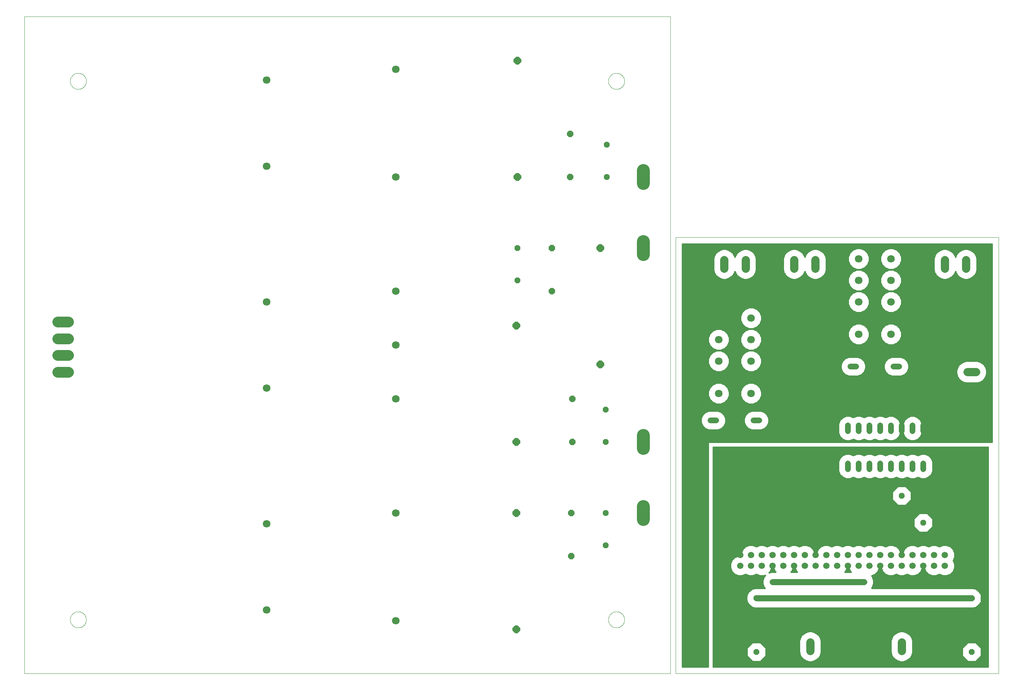
<source format=gtl>
G75*
%MOIN*%
%OFA0B0*%
%FSLAX25Y25*%
%IPPOS*%
%LPD*%
%AMOC8*
5,1,8,0,0,1.08239X$1,22.5*
%
%ADD10C,0.00000*%
%ADD11C,0.07087*%
%ADD12C,0.11850*%
%ADD13C,0.10039*%
%ADD14OC8,0.07050*%
%ADD15OC8,0.06000*%
%ADD16OC8,0.05600*%
%ADD17OC8,0.05200*%
%ADD18C,0.05937*%
%ADD19C,0.07800*%
%ADD20C,0.05200*%
%ADD21C,0.05600*%
%ADD22C,0.01600*%
%ADD23R,0.03962X0.03962*%
D10*
X0001800Y0001800D02*
X0001800Y0611800D01*
X0601800Y0611800D01*
X0601800Y0001721D01*
X0001800Y0001800D01*
X0044325Y0051800D02*
X0044327Y0051983D01*
X0044334Y0052167D01*
X0044345Y0052350D01*
X0044361Y0052533D01*
X0044381Y0052715D01*
X0044406Y0052897D01*
X0044435Y0053078D01*
X0044469Y0053258D01*
X0044507Y0053438D01*
X0044549Y0053616D01*
X0044596Y0053794D01*
X0044647Y0053970D01*
X0044702Y0054145D01*
X0044762Y0054318D01*
X0044826Y0054490D01*
X0044894Y0054661D01*
X0044966Y0054829D01*
X0045043Y0054996D01*
X0045123Y0055161D01*
X0045208Y0055324D01*
X0045296Y0055484D01*
X0045388Y0055643D01*
X0045485Y0055799D01*
X0045585Y0055953D01*
X0045689Y0056104D01*
X0045796Y0056253D01*
X0045907Y0056399D01*
X0046022Y0056542D01*
X0046140Y0056682D01*
X0046261Y0056820D01*
X0046386Y0056954D01*
X0046514Y0057086D01*
X0046646Y0057214D01*
X0046780Y0057339D01*
X0046918Y0057460D01*
X0047058Y0057578D01*
X0047201Y0057693D01*
X0047347Y0057804D01*
X0047496Y0057911D01*
X0047647Y0058015D01*
X0047801Y0058115D01*
X0047957Y0058212D01*
X0048116Y0058304D01*
X0048276Y0058392D01*
X0048439Y0058477D01*
X0048604Y0058557D01*
X0048771Y0058634D01*
X0048939Y0058706D01*
X0049110Y0058774D01*
X0049282Y0058838D01*
X0049455Y0058898D01*
X0049630Y0058953D01*
X0049806Y0059004D01*
X0049984Y0059051D01*
X0050162Y0059093D01*
X0050342Y0059131D01*
X0050522Y0059165D01*
X0050703Y0059194D01*
X0050885Y0059219D01*
X0051067Y0059239D01*
X0051250Y0059255D01*
X0051433Y0059266D01*
X0051617Y0059273D01*
X0051800Y0059275D01*
X0051983Y0059273D01*
X0052167Y0059266D01*
X0052350Y0059255D01*
X0052533Y0059239D01*
X0052715Y0059219D01*
X0052897Y0059194D01*
X0053078Y0059165D01*
X0053258Y0059131D01*
X0053438Y0059093D01*
X0053616Y0059051D01*
X0053794Y0059004D01*
X0053970Y0058953D01*
X0054145Y0058898D01*
X0054318Y0058838D01*
X0054490Y0058774D01*
X0054661Y0058706D01*
X0054829Y0058634D01*
X0054996Y0058557D01*
X0055161Y0058477D01*
X0055324Y0058392D01*
X0055484Y0058304D01*
X0055643Y0058212D01*
X0055799Y0058115D01*
X0055953Y0058015D01*
X0056104Y0057911D01*
X0056253Y0057804D01*
X0056399Y0057693D01*
X0056542Y0057578D01*
X0056682Y0057460D01*
X0056820Y0057339D01*
X0056954Y0057214D01*
X0057086Y0057086D01*
X0057214Y0056954D01*
X0057339Y0056820D01*
X0057460Y0056682D01*
X0057578Y0056542D01*
X0057693Y0056399D01*
X0057804Y0056253D01*
X0057911Y0056104D01*
X0058015Y0055953D01*
X0058115Y0055799D01*
X0058212Y0055643D01*
X0058304Y0055484D01*
X0058392Y0055324D01*
X0058477Y0055161D01*
X0058557Y0054996D01*
X0058634Y0054829D01*
X0058706Y0054661D01*
X0058774Y0054490D01*
X0058838Y0054318D01*
X0058898Y0054145D01*
X0058953Y0053970D01*
X0059004Y0053794D01*
X0059051Y0053616D01*
X0059093Y0053438D01*
X0059131Y0053258D01*
X0059165Y0053078D01*
X0059194Y0052897D01*
X0059219Y0052715D01*
X0059239Y0052533D01*
X0059255Y0052350D01*
X0059266Y0052167D01*
X0059273Y0051983D01*
X0059275Y0051800D01*
X0059273Y0051617D01*
X0059266Y0051433D01*
X0059255Y0051250D01*
X0059239Y0051067D01*
X0059219Y0050885D01*
X0059194Y0050703D01*
X0059165Y0050522D01*
X0059131Y0050342D01*
X0059093Y0050162D01*
X0059051Y0049984D01*
X0059004Y0049806D01*
X0058953Y0049630D01*
X0058898Y0049455D01*
X0058838Y0049282D01*
X0058774Y0049110D01*
X0058706Y0048939D01*
X0058634Y0048771D01*
X0058557Y0048604D01*
X0058477Y0048439D01*
X0058392Y0048276D01*
X0058304Y0048116D01*
X0058212Y0047957D01*
X0058115Y0047801D01*
X0058015Y0047647D01*
X0057911Y0047496D01*
X0057804Y0047347D01*
X0057693Y0047201D01*
X0057578Y0047058D01*
X0057460Y0046918D01*
X0057339Y0046780D01*
X0057214Y0046646D01*
X0057086Y0046514D01*
X0056954Y0046386D01*
X0056820Y0046261D01*
X0056682Y0046140D01*
X0056542Y0046022D01*
X0056399Y0045907D01*
X0056253Y0045796D01*
X0056104Y0045689D01*
X0055953Y0045585D01*
X0055799Y0045485D01*
X0055643Y0045388D01*
X0055484Y0045296D01*
X0055324Y0045208D01*
X0055161Y0045123D01*
X0054996Y0045043D01*
X0054829Y0044966D01*
X0054661Y0044894D01*
X0054490Y0044826D01*
X0054318Y0044762D01*
X0054145Y0044702D01*
X0053970Y0044647D01*
X0053794Y0044596D01*
X0053616Y0044549D01*
X0053438Y0044507D01*
X0053258Y0044469D01*
X0053078Y0044435D01*
X0052897Y0044406D01*
X0052715Y0044381D01*
X0052533Y0044361D01*
X0052350Y0044345D01*
X0052167Y0044334D01*
X0051983Y0044327D01*
X0051800Y0044325D01*
X0051617Y0044327D01*
X0051433Y0044334D01*
X0051250Y0044345D01*
X0051067Y0044361D01*
X0050885Y0044381D01*
X0050703Y0044406D01*
X0050522Y0044435D01*
X0050342Y0044469D01*
X0050162Y0044507D01*
X0049984Y0044549D01*
X0049806Y0044596D01*
X0049630Y0044647D01*
X0049455Y0044702D01*
X0049282Y0044762D01*
X0049110Y0044826D01*
X0048939Y0044894D01*
X0048771Y0044966D01*
X0048604Y0045043D01*
X0048439Y0045123D01*
X0048276Y0045208D01*
X0048116Y0045296D01*
X0047957Y0045388D01*
X0047801Y0045485D01*
X0047647Y0045585D01*
X0047496Y0045689D01*
X0047347Y0045796D01*
X0047201Y0045907D01*
X0047058Y0046022D01*
X0046918Y0046140D01*
X0046780Y0046261D01*
X0046646Y0046386D01*
X0046514Y0046514D01*
X0046386Y0046646D01*
X0046261Y0046780D01*
X0046140Y0046918D01*
X0046022Y0047058D01*
X0045907Y0047201D01*
X0045796Y0047347D01*
X0045689Y0047496D01*
X0045585Y0047647D01*
X0045485Y0047801D01*
X0045388Y0047957D01*
X0045296Y0048116D01*
X0045208Y0048276D01*
X0045123Y0048439D01*
X0045043Y0048604D01*
X0044966Y0048771D01*
X0044894Y0048939D01*
X0044826Y0049110D01*
X0044762Y0049282D01*
X0044702Y0049455D01*
X0044647Y0049630D01*
X0044596Y0049806D01*
X0044549Y0049984D01*
X0044507Y0050162D01*
X0044469Y0050342D01*
X0044435Y0050522D01*
X0044406Y0050703D01*
X0044381Y0050885D01*
X0044361Y0051067D01*
X0044345Y0051250D01*
X0044334Y0051433D01*
X0044327Y0051617D01*
X0044325Y0051800D01*
X0544325Y0051800D02*
X0544327Y0051983D01*
X0544334Y0052167D01*
X0544345Y0052350D01*
X0544361Y0052533D01*
X0544381Y0052715D01*
X0544406Y0052897D01*
X0544435Y0053078D01*
X0544469Y0053258D01*
X0544507Y0053438D01*
X0544549Y0053616D01*
X0544596Y0053794D01*
X0544647Y0053970D01*
X0544702Y0054145D01*
X0544762Y0054318D01*
X0544826Y0054490D01*
X0544894Y0054661D01*
X0544966Y0054829D01*
X0545043Y0054996D01*
X0545123Y0055161D01*
X0545208Y0055324D01*
X0545296Y0055484D01*
X0545388Y0055643D01*
X0545485Y0055799D01*
X0545585Y0055953D01*
X0545689Y0056104D01*
X0545796Y0056253D01*
X0545907Y0056399D01*
X0546022Y0056542D01*
X0546140Y0056682D01*
X0546261Y0056820D01*
X0546386Y0056954D01*
X0546514Y0057086D01*
X0546646Y0057214D01*
X0546780Y0057339D01*
X0546918Y0057460D01*
X0547058Y0057578D01*
X0547201Y0057693D01*
X0547347Y0057804D01*
X0547496Y0057911D01*
X0547647Y0058015D01*
X0547801Y0058115D01*
X0547957Y0058212D01*
X0548116Y0058304D01*
X0548276Y0058392D01*
X0548439Y0058477D01*
X0548604Y0058557D01*
X0548771Y0058634D01*
X0548939Y0058706D01*
X0549110Y0058774D01*
X0549282Y0058838D01*
X0549455Y0058898D01*
X0549630Y0058953D01*
X0549806Y0059004D01*
X0549984Y0059051D01*
X0550162Y0059093D01*
X0550342Y0059131D01*
X0550522Y0059165D01*
X0550703Y0059194D01*
X0550885Y0059219D01*
X0551067Y0059239D01*
X0551250Y0059255D01*
X0551433Y0059266D01*
X0551617Y0059273D01*
X0551800Y0059275D01*
X0551983Y0059273D01*
X0552167Y0059266D01*
X0552350Y0059255D01*
X0552533Y0059239D01*
X0552715Y0059219D01*
X0552897Y0059194D01*
X0553078Y0059165D01*
X0553258Y0059131D01*
X0553438Y0059093D01*
X0553616Y0059051D01*
X0553794Y0059004D01*
X0553970Y0058953D01*
X0554145Y0058898D01*
X0554318Y0058838D01*
X0554490Y0058774D01*
X0554661Y0058706D01*
X0554829Y0058634D01*
X0554996Y0058557D01*
X0555161Y0058477D01*
X0555324Y0058392D01*
X0555484Y0058304D01*
X0555643Y0058212D01*
X0555799Y0058115D01*
X0555953Y0058015D01*
X0556104Y0057911D01*
X0556253Y0057804D01*
X0556399Y0057693D01*
X0556542Y0057578D01*
X0556682Y0057460D01*
X0556820Y0057339D01*
X0556954Y0057214D01*
X0557086Y0057086D01*
X0557214Y0056954D01*
X0557339Y0056820D01*
X0557460Y0056682D01*
X0557578Y0056542D01*
X0557693Y0056399D01*
X0557804Y0056253D01*
X0557911Y0056104D01*
X0558015Y0055953D01*
X0558115Y0055799D01*
X0558212Y0055643D01*
X0558304Y0055484D01*
X0558392Y0055324D01*
X0558477Y0055161D01*
X0558557Y0054996D01*
X0558634Y0054829D01*
X0558706Y0054661D01*
X0558774Y0054490D01*
X0558838Y0054318D01*
X0558898Y0054145D01*
X0558953Y0053970D01*
X0559004Y0053794D01*
X0559051Y0053616D01*
X0559093Y0053438D01*
X0559131Y0053258D01*
X0559165Y0053078D01*
X0559194Y0052897D01*
X0559219Y0052715D01*
X0559239Y0052533D01*
X0559255Y0052350D01*
X0559266Y0052167D01*
X0559273Y0051983D01*
X0559275Y0051800D01*
X0559273Y0051617D01*
X0559266Y0051433D01*
X0559255Y0051250D01*
X0559239Y0051067D01*
X0559219Y0050885D01*
X0559194Y0050703D01*
X0559165Y0050522D01*
X0559131Y0050342D01*
X0559093Y0050162D01*
X0559051Y0049984D01*
X0559004Y0049806D01*
X0558953Y0049630D01*
X0558898Y0049455D01*
X0558838Y0049282D01*
X0558774Y0049110D01*
X0558706Y0048939D01*
X0558634Y0048771D01*
X0558557Y0048604D01*
X0558477Y0048439D01*
X0558392Y0048276D01*
X0558304Y0048116D01*
X0558212Y0047957D01*
X0558115Y0047801D01*
X0558015Y0047647D01*
X0557911Y0047496D01*
X0557804Y0047347D01*
X0557693Y0047201D01*
X0557578Y0047058D01*
X0557460Y0046918D01*
X0557339Y0046780D01*
X0557214Y0046646D01*
X0557086Y0046514D01*
X0556954Y0046386D01*
X0556820Y0046261D01*
X0556682Y0046140D01*
X0556542Y0046022D01*
X0556399Y0045907D01*
X0556253Y0045796D01*
X0556104Y0045689D01*
X0555953Y0045585D01*
X0555799Y0045485D01*
X0555643Y0045388D01*
X0555484Y0045296D01*
X0555324Y0045208D01*
X0555161Y0045123D01*
X0554996Y0045043D01*
X0554829Y0044966D01*
X0554661Y0044894D01*
X0554490Y0044826D01*
X0554318Y0044762D01*
X0554145Y0044702D01*
X0553970Y0044647D01*
X0553794Y0044596D01*
X0553616Y0044549D01*
X0553438Y0044507D01*
X0553258Y0044469D01*
X0553078Y0044435D01*
X0552897Y0044406D01*
X0552715Y0044381D01*
X0552533Y0044361D01*
X0552350Y0044345D01*
X0552167Y0044334D01*
X0551983Y0044327D01*
X0551800Y0044325D01*
X0551617Y0044327D01*
X0551433Y0044334D01*
X0551250Y0044345D01*
X0551067Y0044361D01*
X0550885Y0044381D01*
X0550703Y0044406D01*
X0550522Y0044435D01*
X0550342Y0044469D01*
X0550162Y0044507D01*
X0549984Y0044549D01*
X0549806Y0044596D01*
X0549630Y0044647D01*
X0549455Y0044702D01*
X0549282Y0044762D01*
X0549110Y0044826D01*
X0548939Y0044894D01*
X0548771Y0044966D01*
X0548604Y0045043D01*
X0548439Y0045123D01*
X0548276Y0045208D01*
X0548116Y0045296D01*
X0547957Y0045388D01*
X0547801Y0045485D01*
X0547647Y0045585D01*
X0547496Y0045689D01*
X0547347Y0045796D01*
X0547201Y0045907D01*
X0547058Y0046022D01*
X0546918Y0046140D01*
X0546780Y0046261D01*
X0546646Y0046386D01*
X0546514Y0046514D01*
X0546386Y0046646D01*
X0546261Y0046780D01*
X0546140Y0046918D01*
X0546022Y0047058D01*
X0545907Y0047201D01*
X0545796Y0047347D01*
X0545689Y0047496D01*
X0545585Y0047647D01*
X0545485Y0047801D01*
X0545388Y0047957D01*
X0545296Y0048116D01*
X0545208Y0048276D01*
X0545123Y0048439D01*
X0545043Y0048604D01*
X0544966Y0048771D01*
X0544894Y0048939D01*
X0544826Y0049110D01*
X0544762Y0049282D01*
X0544702Y0049455D01*
X0544647Y0049630D01*
X0544596Y0049806D01*
X0544549Y0049984D01*
X0544507Y0050162D01*
X0544469Y0050342D01*
X0544435Y0050522D01*
X0544406Y0050703D01*
X0544381Y0050885D01*
X0544361Y0051067D01*
X0544345Y0051250D01*
X0544334Y0051433D01*
X0544327Y0051617D01*
X0544325Y0051800D01*
X0606800Y0001800D02*
X0906800Y0001800D01*
X0906800Y0406721D01*
X0606800Y0406721D01*
X0606800Y0001800D01*
X0544325Y0551800D02*
X0544327Y0551983D01*
X0544334Y0552167D01*
X0544345Y0552350D01*
X0544361Y0552533D01*
X0544381Y0552715D01*
X0544406Y0552897D01*
X0544435Y0553078D01*
X0544469Y0553258D01*
X0544507Y0553438D01*
X0544549Y0553616D01*
X0544596Y0553794D01*
X0544647Y0553970D01*
X0544702Y0554145D01*
X0544762Y0554318D01*
X0544826Y0554490D01*
X0544894Y0554661D01*
X0544966Y0554829D01*
X0545043Y0554996D01*
X0545123Y0555161D01*
X0545208Y0555324D01*
X0545296Y0555484D01*
X0545388Y0555643D01*
X0545485Y0555799D01*
X0545585Y0555953D01*
X0545689Y0556104D01*
X0545796Y0556253D01*
X0545907Y0556399D01*
X0546022Y0556542D01*
X0546140Y0556682D01*
X0546261Y0556820D01*
X0546386Y0556954D01*
X0546514Y0557086D01*
X0546646Y0557214D01*
X0546780Y0557339D01*
X0546918Y0557460D01*
X0547058Y0557578D01*
X0547201Y0557693D01*
X0547347Y0557804D01*
X0547496Y0557911D01*
X0547647Y0558015D01*
X0547801Y0558115D01*
X0547957Y0558212D01*
X0548116Y0558304D01*
X0548276Y0558392D01*
X0548439Y0558477D01*
X0548604Y0558557D01*
X0548771Y0558634D01*
X0548939Y0558706D01*
X0549110Y0558774D01*
X0549282Y0558838D01*
X0549455Y0558898D01*
X0549630Y0558953D01*
X0549806Y0559004D01*
X0549984Y0559051D01*
X0550162Y0559093D01*
X0550342Y0559131D01*
X0550522Y0559165D01*
X0550703Y0559194D01*
X0550885Y0559219D01*
X0551067Y0559239D01*
X0551250Y0559255D01*
X0551433Y0559266D01*
X0551617Y0559273D01*
X0551800Y0559275D01*
X0551983Y0559273D01*
X0552167Y0559266D01*
X0552350Y0559255D01*
X0552533Y0559239D01*
X0552715Y0559219D01*
X0552897Y0559194D01*
X0553078Y0559165D01*
X0553258Y0559131D01*
X0553438Y0559093D01*
X0553616Y0559051D01*
X0553794Y0559004D01*
X0553970Y0558953D01*
X0554145Y0558898D01*
X0554318Y0558838D01*
X0554490Y0558774D01*
X0554661Y0558706D01*
X0554829Y0558634D01*
X0554996Y0558557D01*
X0555161Y0558477D01*
X0555324Y0558392D01*
X0555484Y0558304D01*
X0555643Y0558212D01*
X0555799Y0558115D01*
X0555953Y0558015D01*
X0556104Y0557911D01*
X0556253Y0557804D01*
X0556399Y0557693D01*
X0556542Y0557578D01*
X0556682Y0557460D01*
X0556820Y0557339D01*
X0556954Y0557214D01*
X0557086Y0557086D01*
X0557214Y0556954D01*
X0557339Y0556820D01*
X0557460Y0556682D01*
X0557578Y0556542D01*
X0557693Y0556399D01*
X0557804Y0556253D01*
X0557911Y0556104D01*
X0558015Y0555953D01*
X0558115Y0555799D01*
X0558212Y0555643D01*
X0558304Y0555484D01*
X0558392Y0555324D01*
X0558477Y0555161D01*
X0558557Y0554996D01*
X0558634Y0554829D01*
X0558706Y0554661D01*
X0558774Y0554490D01*
X0558838Y0554318D01*
X0558898Y0554145D01*
X0558953Y0553970D01*
X0559004Y0553794D01*
X0559051Y0553616D01*
X0559093Y0553438D01*
X0559131Y0553258D01*
X0559165Y0553078D01*
X0559194Y0552897D01*
X0559219Y0552715D01*
X0559239Y0552533D01*
X0559255Y0552350D01*
X0559266Y0552167D01*
X0559273Y0551983D01*
X0559275Y0551800D01*
X0559273Y0551617D01*
X0559266Y0551433D01*
X0559255Y0551250D01*
X0559239Y0551067D01*
X0559219Y0550885D01*
X0559194Y0550703D01*
X0559165Y0550522D01*
X0559131Y0550342D01*
X0559093Y0550162D01*
X0559051Y0549984D01*
X0559004Y0549806D01*
X0558953Y0549630D01*
X0558898Y0549455D01*
X0558838Y0549282D01*
X0558774Y0549110D01*
X0558706Y0548939D01*
X0558634Y0548771D01*
X0558557Y0548604D01*
X0558477Y0548439D01*
X0558392Y0548276D01*
X0558304Y0548116D01*
X0558212Y0547957D01*
X0558115Y0547801D01*
X0558015Y0547647D01*
X0557911Y0547496D01*
X0557804Y0547347D01*
X0557693Y0547201D01*
X0557578Y0547058D01*
X0557460Y0546918D01*
X0557339Y0546780D01*
X0557214Y0546646D01*
X0557086Y0546514D01*
X0556954Y0546386D01*
X0556820Y0546261D01*
X0556682Y0546140D01*
X0556542Y0546022D01*
X0556399Y0545907D01*
X0556253Y0545796D01*
X0556104Y0545689D01*
X0555953Y0545585D01*
X0555799Y0545485D01*
X0555643Y0545388D01*
X0555484Y0545296D01*
X0555324Y0545208D01*
X0555161Y0545123D01*
X0554996Y0545043D01*
X0554829Y0544966D01*
X0554661Y0544894D01*
X0554490Y0544826D01*
X0554318Y0544762D01*
X0554145Y0544702D01*
X0553970Y0544647D01*
X0553794Y0544596D01*
X0553616Y0544549D01*
X0553438Y0544507D01*
X0553258Y0544469D01*
X0553078Y0544435D01*
X0552897Y0544406D01*
X0552715Y0544381D01*
X0552533Y0544361D01*
X0552350Y0544345D01*
X0552167Y0544334D01*
X0551983Y0544327D01*
X0551800Y0544325D01*
X0551617Y0544327D01*
X0551433Y0544334D01*
X0551250Y0544345D01*
X0551067Y0544361D01*
X0550885Y0544381D01*
X0550703Y0544406D01*
X0550522Y0544435D01*
X0550342Y0544469D01*
X0550162Y0544507D01*
X0549984Y0544549D01*
X0549806Y0544596D01*
X0549630Y0544647D01*
X0549455Y0544702D01*
X0549282Y0544762D01*
X0549110Y0544826D01*
X0548939Y0544894D01*
X0548771Y0544966D01*
X0548604Y0545043D01*
X0548439Y0545123D01*
X0548276Y0545208D01*
X0548116Y0545296D01*
X0547957Y0545388D01*
X0547801Y0545485D01*
X0547647Y0545585D01*
X0547496Y0545689D01*
X0547347Y0545796D01*
X0547201Y0545907D01*
X0547058Y0546022D01*
X0546918Y0546140D01*
X0546780Y0546261D01*
X0546646Y0546386D01*
X0546514Y0546514D01*
X0546386Y0546646D01*
X0546261Y0546780D01*
X0546140Y0546918D01*
X0546022Y0547058D01*
X0545907Y0547201D01*
X0545796Y0547347D01*
X0545689Y0547496D01*
X0545585Y0547647D01*
X0545485Y0547801D01*
X0545388Y0547957D01*
X0545296Y0548116D01*
X0545208Y0548276D01*
X0545123Y0548439D01*
X0545043Y0548604D01*
X0544966Y0548771D01*
X0544894Y0548939D01*
X0544826Y0549110D01*
X0544762Y0549282D01*
X0544702Y0549455D01*
X0544647Y0549630D01*
X0544596Y0549806D01*
X0544549Y0549984D01*
X0544507Y0550162D01*
X0544469Y0550342D01*
X0544435Y0550522D01*
X0544406Y0550703D01*
X0544381Y0550885D01*
X0544361Y0551067D01*
X0544345Y0551250D01*
X0544334Y0551433D01*
X0544327Y0551617D01*
X0544325Y0551800D01*
X0044325Y0551800D02*
X0044327Y0551983D01*
X0044334Y0552167D01*
X0044345Y0552350D01*
X0044361Y0552533D01*
X0044381Y0552715D01*
X0044406Y0552897D01*
X0044435Y0553078D01*
X0044469Y0553258D01*
X0044507Y0553438D01*
X0044549Y0553616D01*
X0044596Y0553794D01*
X0044647Y0553970D01*
X0044702Y0554145D01*
X0044762Y0554318D01*
X0044826Y0554490D01*
X0044894Y0554661D01*
X0044966Y0554829D01*
X0045043Y0554996D01*
X0045123Y0555161D01*
X0045208Y0555324D01*
X0045296Y0555484D01*
X0045388Y0555643D01*
X0045485Y0555799D01*
X0045585Y0555953D01*
X0045689Y0556104D01*
X0045796Y0556253D01*
X0045907Y0556399D01*
X0046022Y0556542D01*
X0046140Y0556682D01*
X0046261Y0556820D01*
X0046386Y0556954D01*
X0046514Y0557086D01*
X0046646Y0557214D01*
X0046780Y0557339D01*
X0046918Y0557460D01*
X0047058Y0557578D01*
X0047201Y0557693D01*
X0047347Y0557804D01*
X0047496Y0557911D01*
X0047647Y0558015D01*
X0047801Y0558115D01*
X0047957Y0558212D01*
X0048116Y0558304D01*
X0048276Y0558392D01*
X0048439Y0558477D01*
X0048604Y0558557D01*
X0048771Y0558634D01*
X0048939Y0558706D01*
X0049110Y0558774D01*
X0049282Y0558838D01*
X0049455Y0558898D01*
X0049630Y0558953D01*
X0049806Y0559004D01*
X0049984Y0559051D01*
X0050162Y0559093D01*
X0050342Y0559131D01*
X0050522Y0559165D01*
X0050703Y0559194D01*
X0050885Y0559219D01*
X0051067Y0559239D01*
X0051250Y0559255D01*
X0051433Y0559266D01*
X0051617Y0559273D01*
X0051800Y0559275D01*
X0051983Y0559273D01*
X0052167Y0559266D01*
X0052350Y0559255D01*
X0052533Y0559239D01*
X0052715Y0559219D01*
X0052897Y0559194D01*
X0053078Y0559165D01*
X0053258Y0559131D01*
X0053438Y0559093D01*
X0053616Y0559051D01*
X0053794Y0559004D01*
X0053970Y0558953D01*
X0054145Y0558898D01*
X0054318Y0558838D01*
X0054490Y0558774D01*
X0054661Y0558706D01*
X0054829Y0558634D01*
X0054996Y0558557D01*
X0055161Y0558477D01*
X0055324Y0558392D01*
X0055484Y0558304D01*
X0055643Y0558212D01*
X0055799Y0558115D01*
X0055953Y0558015D01*
X0056104Y0557911D01*
X0056253Y0557804D01*
X0056399Y0557693D01*
X0056542Y0557578D01*
X0056682Y0557460D01*
X0056820Y0557339D01*
X0056954Y0557214D01*
X0057086Y0557086D01*
X0057214Y0556954D01*
X0057339Y0556820D01*
X0057460Y0556682D01*
X0057578Y0556542D01*
X0057693Y0556399D01*
X0057804Y0556253D01*
X0057911Y0556104D01*
X0058015Y0555953D01*
X0058115Y0555799D01*
X0058212Y0555643D01*
X0058304Y0555484D01*
X0058392Y0555324D01*
X0058477Y0555161D01*
X0058557Y0554996D01*
X0058634Y0554829D01*
X0058706Y0554661D01*
X0058774Y0554490D01*
X0058838Y0554318D01*
X0058898Y0554145D01*
X0058953Y0553970D01*
X0059004Y0553794D01*
X0059051Y0553616D01*
X0059093Y0553438D01*
X0059131Y0553258D01*
X0059165Y0553078D01*
X0059194Y0552897D01*
X0059219Y0552715D01*
X0059239Y0552533D01*
X0059255Y0552350D01*
X0059266Y0552167D01*
X0059273Y0551983D01*
X0059275Y0551800D01*
X0059273Y0551617D01*
X0059266Y0551433D01*
X0059255Y0551250D01*
X0059239Y0551067D01*
X0059219Y0550885D01*
X0059194Y0550703D01*
X0059165Y0550522D01*
X0059131Y0550342D01*
X0059093Y0550162D01*
X0059051Y0549984D01*
X0059004Y0549806D01*
X0058953Y0549630D01*
X0058898Y0549455D01*
X0058838Y0549282D01*
X0058774Y0549110D01*
X0058706Y0548939D01*
X0058634Y0548771D01*
X0058557Y0548604D01*
X0058477Y0548439D01*
X0058392Y0548276D01*
X0058304Y0548116D01*
X0058212Y0547957D01*
X0058115Y0547801D01*
X0058015Y0547647D01*
X0057911Y0547496D01*
X0057804Y0547347D01*
X0057693Y0547201D01*
X0057578Y0547058D01*
X0057460Y0546918D01*
X0057339Y0546780D01*
X0057214Y0546646D01*
X0057086Y0546514D01*
X0056954Y0546386D01*
X0056820Y0546261D01*
X0056682Y0546140D01*
X0056542Y0546022D01*
X0056399Y0545907D01*
X0056253Y0545796D01*
X0056104Y0545689D01*
X0055953Y0545585D01*
X0055799Y0545485D01*
X0055643Y0545388D01*
X0055484Y0545296D01*
X0055324Y0545208D01*
X0055161Y0545123D01*
X0054996Y0545043D01*
X0054829Y0544966D01*
X0054661Y0544894D01*
X0054490Y0544826D01*
X0054318Y0544762D01*
X0054145Y0544702D01*
X0053970Y0544647D01*
X0053794Y0544596D01*
X0053616Y0544549D01*
X0053438Y0544507D01*
X0053258Y0544469D01*
X0053078Y0544435D01*
X0052897Y0544406D01*
X0052715Y0544381D01*
X0052533Y0544361D01*
X0052350Y0544345D01*
X0052167Y0544334D01*
X0051983Y0544327D01*
X0051800Y0544325D01*
X0051617Y0544327D01*
X0051433Y0544334D01*
X0051250Y0544345D01*
X0051067Y0544361D01*
X0050885Y0544381D01*
X0050703Y0544406D01*
X0050522Y0544435D01*
X0050342Y0544469D01*
X0050162Y0544507D01*
X0049984Y0544549D01*
X0049806Y0544596D01*
X0049630Y0544647D01*
X0049455Y0544702D01*
X0049282Y0544762D01*
X0049110Y0544826D01*
X0048939Y0544894D01*
X0048771Y0544966D01*
X0048604Y0545043D01*
X0048439Y0545123D01*
X0048276Y0545208D01*
X0048116Y0545296D01*
X0047957Y0545388D01*
X0047801Y0545485D01*
X0047647Y0545585D01*
X0047496Y0545689D01*
X0047347Y0545796D01*
X0047201Y0545907D01*
X0047058Y0546022D01*
X0046918Y0546140D01*
X0046780Y0546261D01*
X0046646Y0546386D01*
X0046514Y0546514D01*
X0046386Y0546646D01*
X0046261Y0546780D01*
X0046140Y0546918D01*
X0046022Y0547058D01*
X0045907Y0547201D01*
X0045796Y0547347D01*
X0045689Y0547496D01*
X0045585Y0547647D01*
X0045485Y0547801D01*
X0045388Y0547957D01*
X0045296Y0548116D01*
X0045208Y0548276D01*
X0045123Y0548439D01*
X0045043Y0548604D01*
X0044966Y0548771D01*
X0044894Y0548939D01*
X0044826Y0549110D01*
X0044762Y0549282D01*
X0044702Y0549455D01*
X0044647Y0549630D01*
X0044596Y0549806D01*
X0044549Y0549984D01*
X0044507Y0550162D01*
X0044469Y0550342D01*
X0044435Y0550522D01*
X0044406Y0550703D01*
X0044381Y0550885D01*
X0044361Y0551067D01*
X0044345Y0551250D01*
X0044334Y0551433D01*
X0044327Y0551617D01*
X0044325Y0551800D01*
D11*
X0226800Y0552800D03*
X0226800Y0472800D03*
X0346800Y0462800D03*
X0346800Y0562800D03*
X0346800Y0356800D03*
X0346800Y0306800D03*
X0346800Y0256800D03*
X0226800Y0266800D03*
X0226800Y0346800D03*
X0346800Y0150800D03*
X0226800Y0140800D03*
X0226800Y0060800D03*
X0346800Y0050800D03*
X0646800Y0261800D03*
X0676800Y0261800D03*
X0676800Y0291800D03*
X0676800Y0311800D03*
X0676800Y0331800D03*
X0646800Y0331800D03*
X0646800Y0311800D03*
X0646800Y0291800D03*
X0776800Y0316800D03*
X0806800Y0316800D03*
X0806800Y0346800D03*
X0806800Y0366800D03*
X0806800Y0386800D03*
X0776800Y0386800D03*
X0776800Y0366800D03*
X0776800Y0346800D03*
D12*
X0576800Y0390875D02*
X0576800Y0402725D01*
X0576800Y0456875D02*
X0576800Y0468725D01*
X0576800Y0222725D02*
X0576800Y0210875D01*
X0576800Y0156725D02*
X0576800Y0144875D01*
D13*
X0042820Y0281414D02*
X0032780Y0281414D01*
X0032780Y0297005D02*
X0042820Y0297005D01*
X0042820Y0312595D02*
X0032780Y0312595D01*
X0032780Y0328186D02*
X0042820Y0328186D01*
D14*
X0458800Y0324800D03*
X0536800Y0288800D03*
X0458800Y0216800D03*
X0458800Y0150800D03*
X0458800Y0042800D03*
X0536800Y0396800D03*
X0459800Y0462800D03*
X0459800Y0570800D03*
D15*
X0508800Y0502800D03*
X0508800Y0462800D03*
X0491800Y0396800D03*
X0491800Y0356800D03*
X0510800Y0256800D03*
X0510800Y0216800D03*
X0509800Y0150800D03*
X0509800Y0110800D03*
D16*
X0541800Y0120800D03*
X0541800Y0150800D03*
X0541800Y0216800D03*
X0541800Y0246800D03*
X0459800Y0366800D03*
X0459800Y0396800D03*
X0542800Y0462800D03*
X0542800Y0492800D03*
D17*
X0816800Y0166800D03*
X0836800Y0141800D03*
X0866800Y0166800D03*
X0886800Y0141800D03*
X0881800Y0071800D03*
X0881800Y0021800D03*
X0681800Y0021800D03*
X0681800Y0071800D03*
D18*
X0676800Y0101800D03*
X0666800Y0101800D03*
X0666800Y0111800D03*
X0676800Y0111800D03*
X0686800Y0111800D03*
X0696800Y0111800D03*
X0706800Y0111800D03*
X0706800Y0101800D03*
X0696800Y0101800D03*
X0686800Y0101800D03*
X0716800Y0101800D03*
X0726800Y0101800D03*
X0736800Y0101800D03*
X0746800Y0101800D03*
X0756800Y0101800D03*
X0766800Y0101800D03*
X0776800Y0101800D03*
X0786800Y0101800D03*
X0796800Y0101800D03*
X0806800Y0101800D03*
X0816800Y0101800D03*
X0816800Y0111800D03*
X0806800Y0111800D03*
X0796800Y0111800D03*
X0786800Y0111800D03*
X0776800Y0111800D03*
X0766800Y0111800D03*
X0756800Y0111800D03*
X0746800Y0111800D03*
X0736800Y0111800D03*
X0726800Y0111800D03*
X0716800Y0111800D03*
X0826800Y0111800D03*
X0836800Y0111800D03*
X0846800Y0111800D03*
X0856800Y0111800D03*
X0856800Y0101800D03*
X0846800Y0101800D03*
X0836800Y0101800D03*
X0826800Y0101800D03*
D19*
X0836600Y0030700D02*
X0836600Y0022900D01*
X0816900Y0022900D02*
X0816900Y0030700D01*
X0751600Y0030700D02*
X0751600Y0022900D01*
X0731900Y0022900D02*
X0731900Y0030700D01*
X0877900Y0262000D02*
X0885700Y0262000D01*
X0885700Y0281700D02*
X0877900Y0281700D01*
X0876600Y0377900D02*
X0876600Y0385700D01*
X0856900Y0385700D02*
X0856900Y0377900D01*
X0736600Y0377900D02*
X0736600Y0385700D01*
X0716900Y0385700D02*
X0716900Y0377900D01*
X0671700Y0377900D02*
X0671700Y0385700D01*
X0652000Y0385700D02*
X0652000Y0377900D01*
D20*
X0769200Y0286800D02*
X0774400Y0286800D01*
X0809200Y0286800D02*
X0814400Y0286800D01*
X0816800Y0232000D02*
X0816800Y0226800D01*
X0806800Y0226800D02*
X0806800Y0232000D01*
X0796800Y0232000D02*
X0796800Y0226800D01*
X0786800Y0226800D02*
X0786800Y0232000D01*
X0776800Y0232000D02*
X0776800Y0226800D01*
X0766800Y0226800D02*
X0766800Y0232000D01*
X0766800Y0196800D02*
X0766800Y0191600D01*
X0776800Y0191600D02*
X0776800Y0196800D01*
X0786800Y0196800D02*
X0786800Y0191600D01*
X0796800Y0191600D02*
X0796800Y0196800D01*
X0806800Y0196800D02*
X0806800Y0191600D01*
X0816800Y0191600D02*
X0816800Y0196800D01*
X0826800Y0196800D02*
X0826800Y0191600D01*
X0836800Y0191600D02*
X0836800Y0196800D01*
X0836800Y0226800D02*
X0836800Y0232000D01*
X0826800Y0232000D02*
X0826800Y0226800D01*
X0684400Y0236800D02*
X0679200Y0236800D01*
X0644400Y0236800D02*
X0639200Y0236800D01*
D21*
X0696800Y0086800D02*
X0781800Y0086800D01*
X0681800Y0071800D02*
X0881800Y0071800D01*
D22*
X0888082Y0078529D02*
X0896800Y0078529D01*
X0896800Y0080127D02*
X0886201Y0080127D01*
X0886529Y0079799D02*
X0885528Y0080800D01*
X0884113Y0080800D01*
X0883630Y0081000D01*
X0789013Y0081000D01*
X0789207Y0081194D01*
X0789208Y0081198D01*
X0789599Y0081589D01*
X0791000Y0084970D01*
X0791000Y0088630D01*
X0789599Y0092011D01*
X0789208Y0092402D01*
X0789207Y0092406D01*
X0789030Y0092583D01*
X0792107Y0093858D01*
X0794742Y0096493D01*
X0796168Y0099936D01*
X0796168Y0102431D01*
X0797431Y0102431D01*
X0797431Y0099936D01*
X0798858Y0096493D01*
X0801493Y0093858D01*
X0804936Y0092431D01*
X0808664Y0092431D01*
X0811800Y0093731D01*
X0814936Y0092431D01*
X0818664Y0092431D01*
X0821800Y0093731D01*
X0824936Y0092431D01*
X0828664Y0092431D01*
X0832107Y0093858D01*
X0834742Y0096493D01*
X0836168Y0099936D01*
X0836168Y0102431D01*
X0837431Y0102431D01*
X0837431Y0099936D01*
X0838858Y0096493D01*
X0841493Y0093858D01*
X0844936Y0092431D01*
X0848664Y0092431D01*
X0851800Y0093731D01*
X0854936Y0092431D01*
X0858664Y0092431D01*
X0862107Y0093858D01*
X0864742Y0096493D01*
X0866168Y0099936D01*
X0866168Y0103664D01*
X0864869Y0106800D01*
X0866168Y0109936D01*
X0866168Y0113664D01*
X0864742Y0117107D01*
X0862107Y0119742D01*
X0858664Y0121168D01*
X0854936Y0121168D01*
X0851800Y0119869D01*
X0848664Y0121168D01*
X0844936Y0121168D01*
X0841800Y0119869D01*
X0838664Y0121168D01*
X0834936Y0121168D01*
X0831800Y0119869D01*
X0828664Y0121168D01*
X0824936Y0121168D01*
X0821493Y0119742D01*
X0818858Y0117107D01*
X0817431Y0113664D01*
X0817431Y0111168D01*
X0816168Y0111168D01*
X0816168Y0113664D01*
X0814742Y0117107D01*
X0812107Y0119742D01*
X0808664Y0121168D01*
X0804936Y0121168D01*
X0801800Y0119869D01*
X0798664Y0121168D01*
X0794936Y0121168D01*
X0791800Y0119869D01*
X0788664Y0121168D01*
X0784936Y0121168D01*
X0781800Y0119869D01*
X0778664Y0121168D01*
X0774936Y0121168D01*
X0771800Y0119869D01*
X0768664Y0121168D01*
X0764936Y0121168D01*
X0761800Y0119869D01*
X0758664Y0121168D01*
X0754936Y0121168D01*
X0751800Y0119869D01*
X0748664Y0121168D01*
X0744936Y0121168D01*
X0741493Y0119742D01*
X0738858Y0117107D01*
X0737431Y0113664D01*
X0737431Y0111168D01*
X0736168Y0111168D01*
X0736168Y0113664D01*
X0734742Y0117107D01*
X0732107Y0119742D01*
X0728664Y0121168D01*
X0724936Y0121168D01*
X0721800Y0119869D01*
X0718664Y0121168D01*
X0714936Y0121168D01*
X0711800Y0119869D01*
X0708664Y0121168D01*
X0704936Y0121168D01*
X0701800Y0119869D01*
X0698664Y0121168D01*
X0694936Y0121168D01*
X0691800Y0119869D01*
X0688664Y0121168D01*
X0684936Y0121168D01*
X0681800Y0119869D01*
X0678664Y0121168D01*
X0674936Y0121168D01*
X0671493Y0119742D01*
X0668858Y0117107D01*
X0667431Y0113664D01*
X0667431Y0111168D01*
X0664936Y0111168D01*
X0661493Y0109742D01*
X0658858Y0107107D01*
X0657431Y0103664D01*
X0657431Y0099936D01*
X0658858Y0096493D01*
X0661493Y0093858D01*
X0664936Y0092431D01*
X0668664Y0092431D01*
X0671800Y0093731D01*
X0674936Y0092431D01*
X0678664Y0092431D01*
X0681800Y0093731D01*
X0684936Y0092431D01*
X0688664Y0092431D01*
X0689952Y0092965D01*
X0689393Y0092406D01*
X0689392Y0092402D01*
X0689001Y0092011D01*
X0687600Y0088630D01*
X0687600Y0084970D01*
X0689001Y0081589D01*
X0689392Y0081198D01*
X0689393Y0081194D01*
X0689587Y0081000D01*
X0679970Y0081000D01*
X0679487Y0080800D01*
X0678072Y0080800D01*
X0677071Y0079799D01*
X0676589Y0079599D01*
X0674001Y0077011D01*
X0673801Y0076529D01*
X0672800Y0075528D01*
X0672800Y0074113D01*
X0672600Y0073630D01*
X0672600Y0069970D01*
X0672800Y0069487D01*
X0672800Y0068072D01*
X0673801Y0067071D01*
X0674001Y0066589D01*
X0676589Y0064001D01*
X0677071Y0063801D01*
X0678072Y0062800D01*
X0679487Y0062800D01*
X0679970Y0062600D01*
X0883630Y0062600D01*
X0884113Y0062800D01*
X0885528Y0062800D01*
X0886529Y0063801D01*
X0887011Y0064001D01*
X0889599Y0066589D01*
X0889799Y0067071D01*
X0890800Y0068072D01*
X0890800Y0069487D01*
X0891000Y0069970D01*
X0891000Y0073630D01*
X0890800Y0074113D01*
X0890800Y0075528D01*
X0889799Y0076529D01*
X0889599Y0077011D01*
X0887011Y0079599D01*
X0886529Y0079799D01*
X0889633Y0076930D02*
X0896800Y0076930D01*
X0896800Y0075332D02*
X0890800Y0075332D01*
X0890957Y0073733D02*
X0896800Y0073733D01*
X0896800Y0072134D02*
X0891000Y0072134D01*
X0891000Y0070536D02*
X0896800Y0070536D01*
X0896800Y0068937D02*
X0890800Y0068937D01*
X0890067Y0067339D02*
X0896800Y0067339D01*
X0896800Y0065740D02*
X0888751Y0065740D01*
X0887153Y0064142D02*
X0896800Y0064142D01*
X0896800Y0062543D02*
X0641800Y0062543D01*
X0641800Y0060945D02*
X0896800Y0060945D01*
X0896800Y0059346D02*
X0641800Y0059346D01*
X0641800Y0057748D02*
X0896800Y0057748D01*
X0896800Y0056149D02*
X0641800Y0056149D01*
X0641800Y0054551D02*
X0896800Y0054551D01*
X0896800Y0052952D02*
X0641800Y0052952D01*
X0641800Y0051354D02*
X0896800Y0051354D01*
X0896800Y0049755D02*
X0641800Y0049755D01*
X0641800Y0048157D02*
X0896800Y0048157D01*
X0896800Y0046558D02*
X0641800Y0046558D01*
X0641800Y0044960D02*
X0896800Y0044960D01*
X0896800Y0043361D02*
X0641800Y0043361D01*
X0641800Y0041763D02*
X0896800Y0041763D01*
X0896800Y0040164D02*
X0821107Y0040164D01*
X0820876Y0040298D02*
X0818256Y0041000D01*
X0815544Y0041000D01*
X0812924Y0040298D01*
X0810576Y0038942D01*
X0808658Y0037024D01*
X0807302Y0034676D01*
X0806600Y0032056D01*
X0806600Y0021544D01*
X0807302Y0018924D01*
X0808658Y0016576D01*
X0810576Y0014658D01*
X0812924Y0013302D01*
X0815544Y0012600D01*
X0818256Y0012600D01*
X0820876Y0013302D01*
X0823224Y0014658D01*
X0825142Y0016576D01*
X0826498Y0018924D01*
X0827200Y0021544D01*
X0827200Y0032056D01*
X0826498Y0034676D01*
X0825142Y0037024D01*
X0823224Y0038942D01*
X0820876Y0040298D01*
X0823601Y0038566D02*
X0896800Y0038566D01*
X0896800Y0036967D02*
X0825175Y0036967D01*
X0826098Y0035369D02*
X0896800Y0035369D01*
X0896800Y0033770D02*
X0826741Y0033770D01*
X0827169Y0032172D02*
X0896800Y0032172D01*
X0896800Y0030573D02*
X0885755Y0030573D01*
X0885528Y0030800D02*
X0890800Y0025528D01*
X0890800Y0018072D01*
X0885528Y0012800D01*
X0878072Y0012800D01*
X0872800Y0018072D01*
X0872800Y0025528D01*
X0878072Y0030800D01*
X0885528Y0030800D01*
X0887353Y0028975D02*
X0896800Y0028975D01*
X0896800Y0027376D02*
X0888952Y0027376D01*
X0890550Y0025778D02*
X0896800Y0025778D01*
X0896800Y0024179D02*
X0890800Y0024179D01*
X0890800Y0022581D02*
X0896800Y0022581D01*
X0896800Y0020982D02*
X0890800Y0020982D01*
X0890800Y0019384D02*
X0896800Y0019384D01*
X0896800Y0017785D02*
X0890513Y0017785D01*
X0888915Y0016187D02*
X0896800Y0016187D01*
X0896800Y0014588D02*
X0887316Y0014588D01*
X0885717Y0012990D02*
X0896800Y0012990D01*
X0896800Y0011391D02*
X0641800Y0011391D01*
X0641800Y0009793D02*
X0896800Y0009793D01*
X0896800Y0008200D02*
X0641800Y0008200D01*
X0641800Y0211800D01*
X0896800Y0211800D01*
X0896800Y0008200D01*
X0877882Y0012990D02*
X0819710Y0012990D01*
X0823103Y0014588D02*
X0876284Y0014588D01*
X0874685Y0016187D02*
X0824753Y0016187D01*
X0825840Y0017785D02*
X0873087Y0017785D01*
X0872800Y0019384D02*
X0826621Y0019384D01*
X0827049Y0020982D02*
X0872800Y0020982D01*
X0872800Y0022581D02*
X0827200Y0022581D01*
X0827200Y0024179D02*
X0872800Y0024179D01*
X0873050Y0025778D02*
X0827200Y0025778D01*
X0827200Y0027376D02*
X0874648Y0027376D01*
X0876247Y0028975D02*
X0827200Y0028975D01*
X0827200Y0030573D02*
X0877845Y0030573D01*
X0812693Y0040164D02*
X0736107Y0040164D01*
X0735876Y0040298D02*
X0733256Y0041000D01*
X0730544Y0041000D01*
X0727924Y0040298D01*
X0725576Y0038942D01*
X0723658Y0037024D01*
X0722302Y0034676D01*
X0721600Y0032056D01*
X0721600Y0021544D01*
X0722302Y0018924D01*
X0723658Y0016576D01*
X0725576Y0014658D01*
X0727924Y0013302D01*
X0730544Y0012600D01*
X0733256Y0012600D01*
X0735876Y0013302D01*
X0738224Y0014658D01*
X0740142Y0016576D01*
X0741498Y0018924D01*
X0742200Y0021544D01*
X0742200Y0032056D01*
X0741498Y0034676D01*
X0740142Y0037024D01*
X0738224Y0038942D01*
X0735876Y0040298D01*
X0738601Y0038566D02*
X0810199Y0038566D01*
X0808625Y0036967D02*
X0740175Y0036967D01*
X0741098Y0035369D02*
X0807702Y0035369D01*
X0807059Y0033770D02*
X0741741Y0033770D01*
X0742169Y0032172D02*
X0806631Y0032172D01*
X0806600Y0030573D02*
X0742200Y0030573D01*
X0742200Y0028975D02*
X0806600Y0028975D01*
X0806600Y0027376D02*
X0742200Y0027376D01*
X0742200Y0025778D02*
X0806600Y0025778D01*
X0806600Y0024179D02*
X0742200Y0024179D01*
X0742200Y0022581D02*
X0806600Y0022581D01*
X0806751Y0020982D02*
X0742049Y0020982D01*
X0741621Y0019384D02*
X0807179Y0019384D01*
X0807960Y0017785D02*
X0740840Y0017785D01*
X0739753Y0016187D02*
X0809047Y0016187D01*
X0810697Y0014588D02*
X0738103Y0014588D01*
X0734710Y0012990D02*
X0814090Y0012990D01*
X0729090Y0012990D02*
X0685717Y0012990D01*
X0685528Y0012800D02*
X0690800Y0018072D01*
X0690800Y0025528D01*
X0685528Y0030800D01*
X0678072Y0030800D01*
X0672800Y0025528D01*
X0672800Y0018072D01*
X0678072Y0012800D01*
X0685528Y0012800D01*
X0687316Y0014588D02*
X0725697Y0014588D01*
X0724047Y0016187D02*
X0688915Y0016187D01*
X0690513Y0017785D02*
X0722960Y0017785D01*
X0722179Y0019384D02*
X0690800Y0019384D01*
X0690800Y0020982D02*
X0721751Y0020982D01*
X0721600Y0022581D02*
X0690800Y0022581D01*
X0690800Y0024179D02*
X0721600Y0024179D01*
X0721600Y0025778D02*
X0690550Y0025778D01*
X0688952Y0027376D02*
X0721600Y0027376D01*
X0721600Y0028975D02*
X0687353Y0028975D01*
X0685755Y0030573D02*
X0721600Y0030573D01*
X0721631Y0032172D02*
X0641800Y0032172D01*
X0641800Y0033770D02*
X0722059Y0033770D01*
X0722702Y0035369D02*
X0641800Y0035369D01*
X0641800Y0036967D02*
X0723625Y0036967D01*
X0725199Y0038566D02*
X0641800Y0038566D01*
X0641800Y0040164D02*
X0727693Y0040164D01*
X0677845Y0030573D02*
X0641800Y0030573D01*
X0641800Y0028975D02*
X0676247Y0028975D01*
X0674648Y0027376D02*
X0641800Y0027376D01*
X0641800Y0025778D02*
X0673050Y0025778D01*
X0672800Y0024179D02*
X0641800Y0024179D01*
X0641800Y0022581D02*
X0672800Y0022581D01*
X0672800Y0020982D02*
X0641800Y0020982D01*
X0641800Y0019384D02*
X0672800Y0019384D01*
X0673087Y0017785D02*
X0641800Y0017785D01*
X0641800Y0016187D02*
X0674685Y0016187D01*
X0676284Y0014588D02*
X0641800Y0014588D01*
X0641800Y0012990D02*
X0677882Y0012990D01*
X0636800Y0012990D02*
X0613200Y0012990D01*
X0613200Y0014588D02*
X0636800Y0014588D01*
X0636800Y0016187D02*
X0613200Y0016187D01*
X0613200Y0017785D02*
X0636800Y0017785D01*
X0636800Y0019384D02*
X0613200Y0019384D01*
X0613200Y0020982D02*
X0636800Y0020982D01*
X0636800Y0022581D02*
X0613200Y0022581D01*
X0613200Y0024179D02*
X0636800Y0024179D01*
X0636800Y0025778D02*
X0613200Y0025778D01*
X0613200Y0027376D02*
X0636800Y0027376D01*
X0636800Y0028975D02*
X0613200Y0028975D01*
X0613200Y0030573D02*
X0636800Y0030573D01*
X0636800Y0032172D02*
X0613200Y0032172D01*
X0613200Y0033770D02*
X0636800Y0033770D01*
X0636800Y0035369D02*
X0613200Y0035369D01*
X0613200Y0036967D02*
X0636800Y0036967D01*
X0636800Y0038566D02*
X0613200Y0038566D01*
X0613200Y0040164D02*
X0636800Y0040164D01*
X0636800Y0041763D02*
X0613200Y0041763D01*
X0613200Y0043361D02*
X0636800Y0043361D01*
X0636800Y0044960D02*
X0613200Y0044960D01*
X0613200Y0046558D02*
X0636800Y0046558D01*
X0636800Y0048157D02*
X0613200Y0048157D01*
X0613200Y0049755D02*
X0636800Y0049755D01*
X0636800Y0051354D02*
X0613200Y0051354D01*
X0613200Y0052952D02*
X0636800Y0052952D01*
X0636800Y0054551D02*
X0613200Y0054551D01*
X0613200Y0056149D02*
X0636800Y0056149D01*
X0636800Y0057748D02*
X0613200Y0057748D01*
X0613200Y0059346D02*
X0636800Y0059346D01*
X0636800Y0060945D02*
X0613200Y0060945D01*
X0613200Y0062543D02*
X0636800Y0062543D01*
X0636800Y0064142D02*
X0613200Y0064142D01*
X0613200Y0065740D02*
X0636800Y0065740D01*
X0636800Y0067339D02*
X0613200Y0067339D01*
X0613200Y0068937D02*
X0636800Y0068937D01*
X0636800Y0070536D02*
X0613200Y0070536D01*
X0613200Y0072134D02*
X0636800Y0072134D01*
X0636800Y0073733D02*
X0613200Y0073733D01*
X0613200Y0075332D02*
X0636800Y0075332D01*
X0636800Y0076930D02*
X0613200Y0076930D01*
X0613200Y0078529D02*
X0636800Y0078529D01*
X0636800Y0080127D02*
X0613200Y0080127D01*
X0613200Y0081726D02*
X0636800Y0081726D01*
X0636800Y0083324D02*
X0613200Y0083324D01*
X0613200Y0084923D02*
X0636800Y0084923D01*
X0636800Y0086521D02*
X0613200Y0086521D01*
X0613200Y0088120D02*
X0636800Y0088120D01*
X0636800Y0089718D02*
X0613200Y0089718D01*
X0613200Y0091317D02*
X0636800Y0091317D01*
X0636800Y0092915D02*
X0613200Y0092915D01*
X0613200Y0094514D02*
X0636800Y0094514D01*
X0636800Y0096112D02*
X0613200Y0096112D01*
X0613200Y0097711D02*
X0636800Y0097711D01*
X0636800Y0099309D02*
X0613200Y0099309D01*
X0613200Y0100908D02*
X0636800Y0100908D01*
X0636800Y0102506D02*
X0613200Y0102506D01*
X0613200Y0104105D02*
X0636800Y0104105D01*
X0636800Y0105703D02*
X0613200Y0105703D01*
X0613200Y0107302D02*
X0636800Y0107302D01*
X0636800Y0108900D02*
X0613200Y0108900D01*
X0613200Y0110499D02*
X0636800Y0110499D01*
X0636800Y0112097D02*
X0613200Y0112097D01*
X0613200Y0113696D02*
X0636800Y0113696D01*
X0636800Y0115294D02*
X0613200Y0115294D01*
X0613200Y0116893D02*
X0636800Y0116893D01*
X0636800Y0118491D02*
X0613200Y0118491D01*
X0613200Y0120090D02*
X0636800Y0120090D01*
X0636800Y0121688D02*
X0613200Y0121688D01*
X0613200Y0123287D02*
X0636800Y0123287D01*
X0636800Y0124885D02*
X0613200Y0124885D01*
X0613200Y0126484D02*
X0636800Y0126484D01*
X0636800Y0128082D02*
X0613200Y0128082D01*
X0613200Y0129681D02*
X0636800Y0129681D01*
X0636800Y0131279D02*
X0613200Y0131279D01*
X0613200Y0132878D02*
X0636800Y0132878D01*
X0636800Y0134476D02*
X0613200Y0134476D01*
X0613200Y0136075D02*
X0636800Y0136075D01*
X0636800Y0137673D02*
X0613200Y0137673D01*
X0613200Y0139272D02*
X0636800Y0139272D01*
X0636800Y0140870D02*
X0613200Y0140870D01*
X0613200Y0142469D02*
X0636800Y0142469D01*
X0636800Y0144068D02*
X0613200Y0144068D01*
X0613200Y0145666D02*
X0636800Y0145666D01*
X0636800Y0147265D02*
X0613200Y0147265D01*
X0613200Y0148863D02*
X0636800Y0148863D01*
X0636800Y0150462D02*
X0613200Y0150462D01*
X0613200Y0152060D02*
X0636800Y0152060D01*
X0636800Y0153659D02*
X0613200Y0153659D01*
X0613200Y0155257D02*
X0636800Y0155257D01*
X0636800Y0156856D02*
X0613200Y0156856D01*
X0613200Y0158454D02*
X0636800Y0158454D01*
X0636800Y0160053D02*
X0613200Y0160053D01*
X0613200Y0161651D02*
X0636800Y0161651D01*
X0636800Y0163250D02*
X0613200Y0163250D01*
X0613200Y0164848D02*
X0636800Y0164848D01*
X0636800Y0166447D02*
X0613200Y0166447D01*
X0613200Y0168045D02*
X0636800Y0168045D01*
X0636800Y0169644D02*
X0613200Y0169644D01*
X0613200Y0171242D02*
X0636800Y0171242D01*
X0636800Y0172841D02*
X0613200Y0172841D01*
X0613200Y0174439D02*
X0636800Y0174439D01*
X0636800Y0176038D02*
X0613200Y0176038D01*
X0613200Y0177636D02*
X0636800Y0177636D01*
X0636800Y0179235D02*
X0613200Y0179235D01*
X0613200Y0180833D02*
X0636800Y0180833D01*
X0636800Y0182432D02*
X0613200Y0182432D01*
X0613200Y0184030D02*
X0636800Y0184030D01*
X0636800Y0185629D02*
X0613200Y0185629D01*
X0613200Y0187227D02*
X0636800Y0187227D01*
X0636800Y0188826D02*
X0613200Y0188826D01*
X0613200Y0190424D02*
X0636800Y0190424D01*
X0636800Y0192023D02*
X0613200Y0192023D01*
X0613200Y0193621D02*
X0636800Y0193621D01*
X0636800Y0195220D02*
X0613200Y0195220D01*
X0613200Y0196818D02*
X0636800Y0196818D01*
X0636800Y0198417D02*
X0613200Y0198417D01*
X0613200Y0200015D02*
X0636800Y0200015D01*
X0636800Y0201614D02*
X0613200Y0201614D01*
X0613200Y0203212D02*
X0636800Y0203212D01*
X0636800Y0204811D02*
X0613200Y0204811D01*
X0613200Y0206409D02*
X0636800Y0206409D01*
X0636800Y0208008D02*
X0613200Y0208008D01*
X0613200Y0209606D02*
X0636800Y0209606D01*
X0636800Y0211205D02*
X0613200Y0211205D01*
X0613200Y0212803D02*
X0636800Y0212803D01*
X0636800Y0214402D02*
X0613200Y0214402D01*
X0613200Y0216001D02*
X0636800Y0216001D01*
X0636800Y0216800D02*
X0900400Y0216800D01*
X0900400Y0400321D01*
X0613200Y0400321D01*
X0613200Y0008200D01*
X0636800Y0008200D01*
X0636800Y0216800D01*
X0641800Y0211205D02*
X0896800Y0211205D01*
X0896800Y0209606D02*
X0641800Y0209606D01*
X0641800Y0208008D02*
X0896800Y0208008D01*
X0896800Y0206409D02*
X0641800Y0206409D01*
X0641800Y0204811D02*
X0762622Y0204811D01*
X0761702Y0204430D02*
X0765010Y0205800D01*
X0768590Y0205800D01*
X0771800Y0204470D01*
X0775010Y0205800D01*
X0778590Y0205800D01*
X0781800Y0204470D01*
X0785010Y0205800D01*
X0788590Y0205800D01*
X0791800Y0204470D01*
X0795010Y0205800D01*
X0798590Y0205800D01*
X0801800Y0204470D01*
X0805010Y0205800D01*
X0808590Y0205800D01*
X0811800Y0204470D01*
X0815010Y0205800D01*
X0818590Y0205800D01*
X0821800Y0204470D01*
X0825010Y0205800D01*
X0828590Y0205800D01*
X0831800Y0204470D01*
X0835010Y0205800D01*
X0838590Y0205800D01*
X0841898Y0204430D01*
X0844430Y0201898D01*
X0845800Y0198590D01*
X0845800Y0189810D01*
X0844430Y0186502D01*
X0841898Y0183970D01*
X0838590Y0182600D01*
X0835010Y0182600D01*
X0831800Y0183930D01*
X0828590Y0182600D01*
X0825010Y0182600D01*
X0821800Y0183930D01*
X0818590Y0182600D01*
X0815010Y0182600D01*
X0811800Y0183930D01*
X0808590Y0182600D01*
X0805010Y0182600D01*
X0801800Y0183930D01*
X0798590Y0182600D01*
X0795010Y0182600D01*
X0791800Y0183930D01*
X0788590Y0182600D01*
X0785010Y0182600D01*
X0781800Y0183930D01*
X0778590Y0182600D01*
X0775010Y0182600D01*
X0771800Y0183930D01*
X0768590Y0182600D01*
X0765010Y0182600D01*
X0761702Y0183970D01*
X0759170Y0186502D01*
X0757800Y0189810D01*
X0757800Y0198590D01*
X0759170Y0201898D01*
X0761702Y0204430D01*
X0760485Y0203212D02*
X0641800Y0203212D01*
X0641800Y0201614D02*
X0759052Y0201614D01*
X0758390Y0200015D02*
X0641800Y0200015D01*
X0641800Y0198417D02*
X0757800Y0198417D01*
X0757800Y0196818D02*
X0641800Y0196818D01*
X0641800Y0195220D02*
X0757800Y0195220D01*
X0757800Y0193621D02*
X0641800Y0193621D01*
X0641800Y0192023D02*
X0757800Y0192023D01*
X0757800Y0190424D02*
X0641800Y0190424D01*
X0641800Y0188826D02*
X0758208Y0188826D01*
X0758870Y0187227D02*
X0641800Y0187227D01*
X0641800Y0185629D02*
X0760043Y0185629D01*
X0761642Y0184030D02*
X0641800Y0184030D01*
X0641800Y0182432D02*
X0896800Y0182432D01*
X0896800Y0184030D02*
X0841958Y0184030D01*
X0843557Y0185629D02*
X0896800Y0185629D01*
X0896800Y0187227D02*
X0844730Y0187227D01*
X0845392Y0188826D02*
X0896800Y0188826D01*
X0896800Y0190424D02*
X0845800Y0190424D01*
X0845800Y0192023D02*
X0896800Y0192023D01*
X0896800Y0193621D02*
X0845800Y0193621D01*
X0845800Y0195220D02*
X0896800Y0195220D01*
X0896800Y0196818D02*
X0845800Y0196818D01*
X0845800Y0198417D02*
X0896800Y0198417D01*
X0896800Y0200015D02*
X0845210Y0200015D01*
X0844548Y0201614D02*
X0896800Y0201614D01*
X0896800Y0203212D02*
X0843115Y0203212D01*
X0840978Y0204811D02*
X0896800Y0204811D01*
X0900400Y0217599D02*
X0613200Y0217599D01*
X0613200Y0219198D02*
X0761675Y0219198D01*
X0761702Y0219170D02*
X0765010Y0217800D01*
X0768590Y0217800D01*
X0771800Y0219130D01*
X0775010Y0217800D01*
X0778590Y0217800D01*
X0781800Y0219130D01*
X0785010Y0217800D01*
X0788590Y0217800D01*
X0791800Y0219130D01*
X0795010Y0217800D01*
X0798590Y0217800D01*
X0801800Y0219130D01*
X0805010Y0217800D01*
X0808590Y0217800D01*
X0811898Y0219170D01*
X0814430Y0221702D01*
X0815800Y0225010D01*
X0815800Y0233790D01*
X0814430Y0237098D01*
X0811898Y0239630D01*
X0808590Y0241000D01*
X0805010Y0241000D01*
X0801800Y0239670D01*
X0798590Y0241000D01*
X0795010Y0241000D01*
X0791800Y0239670D01*
X0788590Y0241000D01*
X0785010Y0241000D01*
X0781800Y0239670D01*
X0778590Y0241000D01*
X0775010Y0241000D01*
X0771800Y0239670D01*
X0768590Y0241000D01*
X0765010Y0241000D01*
X0761702Y0239630D01*
X0759170Y0237098D01*
X0757800Y0233790D01*
X0757800Y0225010D01*
X0759170Y0221702D01*
X0761702Y0219170D01*
X0760076Y0220796D02*
X0613200Y0220796D01*
X0613200Y0222395D02*
X0758883Y0222395D01*
X0758221Y0223993D02*
X0613200Y0223993D01*
X0613200Y0225592D02*
X0757800Y0225592D01*
X0757800Y0227190D02*
X0613200Y0227190D01*
X0613200Y0228789D02*
X0635023Y0228789D01*
X0634102Y0229170D02*
X0637410Y0227800D01*
X0646190Y0227800D01*
X0649498Y0229170D01*
X0652030Y0231702D01*
X0653400Y0235010D01*
X0653400Y0238590D01*
X0652030Y0241898D01*
X0649498Y0244430D01*
X0646190Y0245800D01*
X0637410Y0245800D01*
X0634102Y0244430D01*
X0631570Y0241898D01*
X0630200Y0238590D01*
X0630200Y0235010D01*
X0631570Y0231702D01*
X0634102Y0229170D01*
X0632885Y0230387D02*
X0613200Y0230387D01*
X0613200Y0231986D02*
X0631453Y0231986D01*
X0630791Y0233584D02*
X0613200Y0233584D01*
X0613200Y0235183D02*
X0630200Y0235183D01*
X0630200Y0236781D02*
X0613200Y0236781D01*
X0613200Y0238380D02*
X0630200Y0238380D01*
X0630775Y0239978D02*
X0613200Y0239978D01*
X0613200Y0241577D02*
X0631437Y0241577D01*
X0632847Y0243175D02*
X0613200Y0243175D01*
X0613200Y0244774D02*
X0634932Y0244774D01*
X0641168Y0253370D02*
X0644822Y0251857D01*
X0648778Y0251857D01*
X0652432Y0253370D01*
X0655230Y0256168D01*
X0656743Y0259822D01*
X0656743Y0263778D01*
X0655230Y0267432D01*
X0652432Y0270230D01*
X0648778Y0271743D01*
X0644822Y0271743D01*
X0641168Y0270230D01*
X0638370Y0267432D01*
X0636857Y0263778D01*
X0636857Y0259822D01*
X0638370Y0256168D01*
X0641168Y0253370D01*
X0640173Y0254365D02*
X0613200Y0254365D01*
X0613200Y0255963D02*
X0638575Y0255963D01*
X0637793Y0257562D02*
X0613200Y0257562D01*
X0613200Y0259160D02*
X0637131Y0259160D01*
X0636857Y0260759D02*
X0613200Y0260759D01*
X0613200Y0262357D02*
X0636857Y0262357D01*
X0636930Y0263956D02*
X0613200Y0263956D01*
X0613200Y0265554D02*
X0637593Y0265554D01*
X0638255Y0267153D02*
X0613200Y0267153D01*
X0613200Y0268751D02*
X0639689Y0268751D01*
X0641458Y0270350D02*
X0613200Y0270350D01*
X0613200Y0271948D02*
X0874497Y0271948D01*
X0873924Y0272102D02*
X0876544Y0271400D01*
X0887056Y0271400D01*
X0889676Y0272102D01*
X0892024Y0273458D01*
X0893942Y0275376D01*
X0895298Y0277724D01*
X0896000Y0280344D01*
X0896000Y0283056D01*
X0895298Y0285676D01*
X0893942Y0288024D01*
X0892024Y0289942D01*
X0889676Y0291298D01*
X0887056Y0292000D01*
X0876544Y0292000D01*
X0873924Y0291298D01*
X0871576Y0289942D01*
X0869658Y0288024D01*
X0868302Y0285676D01*
X0867600Y0283056D01*
X0867600Y0280344D01*
X0868302Y0277724D01*
X0869658Y0275376D01*
X0871576Y0273458D01*
X0873924Y0272102D01*
X0871487Y0273547D02*
X0613200Y0273547D01*
X0613200Y0275145D02*
X0869888Y0275145D01*
X0868868Y0276744D02*
X0613200Y0276744D01*
X0613200Y0278342D02*
X0766100Y0278342D01*
X0767410Y0277800D02*
X0764102Y0279170D01*
X0761570Y0281702D01*
X0760200Y0285010D01*
X0760200Y0288590D01*
X0761570Y0291898D01*
X0764102Y0294430D01*
X0767410Y0295800D01*
X0776190Y0295800D01*
X0779498Y0294430D01*
X0782030Y0291898D01*
X0783400Y0288590D01*
X0783400Y0285010D01*
X0782030Y0281702D01*
X0779498Y0279170D01*
X0776190Y0277800D01*
X0767410Y0277800D01*
X0763331Y0279941D02*
X0613200Y0279941D01*
X0613200Y0281539D02*
X0761733Y0281539D01*
X0760975Y0283138D02*
X0681871Y0283138D01*
X0682432Y0283370D02*
X0685230Y0286168D01*
X0686743Y0289822D01*
X0686743Y0293778D01*
X0685230Y0297432D01*
X0682432Y0300230D01*
X0678778Y0301743D01*
X0674822Y0301743D01*
X0671168Y0300230D01*
X0668370Y0297432D01*
X0666857Y0293778D01*
X0666857Y0289822D01*
X0668370Y0286168D01*
X0671168Y0283370D01*
X0674822Y0281857D01*
X0678778Y0281857D01*
X0682432Y0283370D01*
X0683798Y0284737D02*
X0760313Y0284737D01*
X0760200Y0286335D02*
X0685299Y0286335D01*
X0685961Y0287934D02*
X0760200Y0287934D01*
X0760590Y0289532D02*
X0686623Y0289532D01*
X0686743Y0291131D02*
X0761252Y0291131D01*
X0762401Y0292729D02*
X0686743Y0292729D01*
X0686516Y0294328D02*
X0764000Y0294328D01*
X0779600Y0294328D02*
X0804000Y0294328D01*
X0804102Y0294430D02*
X0801570Y0291898D01*
X0800200Y0288590D01*
X0800200Y0285010D01*
X0801570Y0281702D01*
X0804102Y0279170D01*
X0807410Y0277800D01*
X0816190Y0277800D01*
X0819498Y0279170D01*
X0822030Y0281702D01*
X0823400Y0285010D01*
X0823400Y0288590D01*
X0822030Y0291898D01*
X0819498Y0294430D01*
X0816190Y0295800D01*
X0807410Y0295800D01*
X0804102Y0294430D01*
X0802401Y0292729D02*
X0781199Y0292729D01*
X0782348Y0291131D02*
X0801252Y0291131D01*
X0800590Y0289532D02*
X0783010Y0289532D01*
X0783400Y0287934D02*
X0800200Y0287934D01*
X0800200Y0286335D02*
X0783400Y0286335D01*
X0783287Y0284737D02*
X0800313Y0284737D01*
X0800975Y0283138D02*
X0782625Y0283138D01*
X0781867Y0281539D02*
X0801733Y0281539D01*
X0803331Y0279941D02*
X0780269Y0279941D01*
X0777500Y0278342D02*
X0806100Y0278342D01*
X0817500Y0278342D02*
X0868136Y0278342D01*
X0867708Y0279941D02*
X0820269Y0279941D01*
X0821867Y0281539D02*
X0867600Y0281539D01*
X0867622Y0283138D02*
X0822625Y0283138D01*
X0823287Y0284737D02*
X0868050Y0284737D01*
X0868683Y0286335D02*
X0823400Y0286335D01*
X0823400Y0287934D02*
X0869606Y0287934D01*
X0871166Y0289532D02*
X0823010Y0289532D01*
X0822348Y0291131D02*
X0873634Y0291131D01*
X0889966Y0291131D02*
X0900400Y0291131D01*
X0900400Y0292729D02*
X0821199Y0292729D01*
X0819600Y0294328D02*
X0900400Y0294328D01*
X0900400Y0295926D02*
X0685853Y0295926D01*
X0685137Y0297525D02*
X0900400Y0297525D01*
X0900400Y0299123D02*
X0683539Y0299123D01*
X0681244Y0300722D02*
X0900400Y0300722D01*
X0900400Y0302320D02*
X0679897Y0302320D01*
X0678778Y0301857D02*
X0682432Y0303370D01*
X0685230Y0306168D01*
X0686743Y0309822D01*
X0686743Y0313778D01*
X0685230Y0317432D01*
X0682432Y0320230D01*
X0678778Y0321743D01*
X0674822Y0321743D01*
X0671168Y0320230D01*
X0668370Y0317432D01*
X0666857Y0313778D01*
X0666857Y0309822D01*
X0668370Y0306168D01*
X0671168Y0303370D01*
X0674822Y0301857D01*
X0678778Y0301857D01*
X0682981Y0303919D02*
X0900400Y0303919D01*
X0900400Y0305517D02*
X0684579Y0305517D01*
X0685622Y0307116D02*
X0774197Y0307116D01*
X0774822Y0306857D02*
X0778778Y0306857D01*
X0782432Y0308370D01*
X0785230Y0311168D01*
X0786743Y0314822D01*
X0786743Y0318778D01*
X0785230Y0322432D01*
X0782432Y0325230D01*
X0778778Y0326743D01*
X0774822Y0326743D01*
X0771168Y0325230D01*
X0768370Y0322432D01*
X0766857Y0318778D01*
X0766857Y0314822D01*
X0768370Y0311168D01*
X0771168Y0308370D01*
X0774822Y0306857D01*
X0770824Y0308714D02*
X0686284Y0308714D01*
X0686743Y0310313D02*
X0769225Y0310313D01*
X0768062Y0311911D02*
X0686743Y0311911D01*
X0686743Y0313510D02*
X0767400Y0313510D01*
X0766857Y0315108D02*
X0686192Y0315108D01*
X0685530Y0316707D02*
X0766857Y0316707D01*
X0766857Y0318305D02*
X0684357Y0318305D01*
X0682758Y0319904D02*
X0767323Y0319904D01*
X0767985Y0321502D02*
X0679360Y0321502D01*
X0678778Y0321857D02*
X0682432Y0323370D01*
X0685230Y0326168D01*
X0686743Y0329822D01*
X0686743Y0333778D01*
X0685230Y0337432D01*
X0682432Y0340230D01*
X0678778Y0341743D01*
X0674822Y0341743D01*
X0671168Y0340230D01*
X0668370Y0337432D01*
X0666857Y0333778D01*
X0666857Y0329822D01*
X0668370Y0326168D01*
X0671168Y0323370D01*
X0674822Y0321857D01*
X0678778Y0321857D01*
X0681781Y0323101D02*
X0769039Y0323101D01*
X0770637Y0324699D02*
X0683761Y0324699D01*
X0685283Y0326298D02*
X0773747Y0326298D01*
X0779853Y0326298D02*
X0803747Y0326298D01*
X0804822Y0326743D02*
X0801168Y0325230D01*
X0798370Y0322432D01*
X0796857Y0318778D01*
X0796857Y0314822D01*
X0798370Y0311168D01*
X0801168Y0308370D01*
X0804822Y0306857D01*
X0808778Y0306857D01*
X0812432Y0308370D01*
X0815230Y0311168D01*
X0816743Y0314822D01*
X0816743Y0318778D01*
X0815230Y0322432D01*
X0812432Y0325230D01*
X0808778Y0326743D01*
X0804822Y0326743D01*
X0800637Y0324699D02*
X0782963Y0324699D01*
X0784561Y0323101D02*
X0799039Y0323101D01*
X0797985Y0321502D02*
X0785615Y0321502D01*
X0786277Y0319904D02*
X0797323Y0319904D01*
X0796857Y0318305D02*
X0786743Y0318305D01*
X0786743Y0316707D02*
X0796857Y0316707D01*
X0796857Y0315108D02*
X0786743Y0315108D01*
X0786200Y0313510D02*
X0797400Y0313510D01*
X0798062Y0311911D02*
X0785538Y0311911D01*
X0784375Y0310313D02*
X0799225Y0310313D01*
X0800824Y0308714D02*
X0782776Y0308714D01*
X0779403Y0307116D02*
X0804197Y0307116D01*
X0809403Y0307116D02*
X0900400Y0307116D01*
X0900400Y0308714D02*
X0812776Y0308714D01*
X0814375Y0310313D02*
X0900400Y0310313D01*
X0900400Y0311911D02*
X0815538Y0311911D01*
X0816200Y0313510D02*
X0900400Y0313510D01*
X0900400Y0315108D02*
X0816743Y0315108D01*
X0816743Y0316707D02*
X0900400Y0316707D01*
X0900400Y0318305D02*
X0816743Y0318305D01*
X0816277Y0319904D02*
X0900400Y0319904D01*
X0900400Y0321502D02*
X0815615Y0321502D01*
X0814561Y0323101D02*
X0900400Y0323101D01*
X0900400Y0324699D02*
X0812963Y0324699D01*
X0809853Y0326298D02*
X0900400Y0326298D01*
X0900400Y0327896D02*
X0685946Y0327896D01*
X0686608Y0329495D02*
X0900400Y0329495D01*
X0900400Y0331093D02*
X0686743Y0331093D01*
X0686743Y0332692D02*
X0900400Y0332692D01*
X0900400Y0334290D02*
X0686531Y0334290D01*
X0685869Y0335889D02*
X0900400Y0335889D01*
X0900400Y0337487D02*
X0810300Y0337487D01*
X0808778Y0336857D02*
X0812432Y0338370D01*
X0815230Y0341168D01*
X0816743Y0344822D01*
X0816743Y0348778D01*
X0815230Y0352432D01*
X0812432Y0355230D01*
X0808778Y0356743D01*
X0804822Y0356743D01*
X0801168Y0355230D01*
X0798370Y0352432D01*
X0796857Y0348778D01*
X0796857Y0344822D01*
X0798370Y0341168D01*
X0801168Y0338370D01*
X0804822Y0336857D01*
X0808778Y0336857D01*
X0813148Y0339086D02*
X0900400Y0339086D01*
X0900400Y0340684D02*
X0814746Y0340684D01*
X0815691Y0342283D02*
X0900400Y0342283D01*
X0900400Y0343881D02*
X0816354Y0343881D01*
X0816743Y0345480D02*
X0900400Y0345480D01*
X0900400Y0347078D02*
X0816743Y0347078D01*
X0816743Y0348677D02*
X0900400Y0348677D01*
X0900400Y0350275D02*
X0816123Y0350275D01*
X0815461Y0351874D02*
X0900400Y0351874D01*
X0900400Y0353472D02*
X0814189Y0353472D01*
X0812591Y0355071D02*
X0900400Y0355071D01*
X0900400Y0356670D02*
X0808956Y0356670D01*
X0808778Y0356857D02*
X0812432Y0358370D01*
X0815230Y0361168D01*
X0816743Y0364822D01*
X0816743Y0368778D01*
X0815230Y0372432D01*
X0812432Y0375230D01*
X0808778Y0376743D01*
X0804822Y0376743D01*
X0801168Y0375230D01*
X0798370Y0372432D01*
X0796857Y0368778D01*
X0796857Y0364822D01*
X0798370Y0361168D01*
X0801168Y0358370D01*
X0804822Y0356857D01*
X0808778Y0356857D01*
X0812185Y0358268D02*
X0900400Y0358268D01*
X0900400Y0359867D02*
X0813928Y0359867D01*
X0815353Y0361465D02*
X0900400Y0361465D01*
X0900400Y0363064D02*
X0816015Y0363064D01*
X0816677Y0364662D02*
X0900400Y0364662D01*
X0900400Y0366261D02*
X0816743Y0366261D01*
X0816743Y0367859D02*
X0854577Y0367859D01*
X0855544Y0367600D02*
X0858256Y0367600D01*
X0860876Y0368302D01*
X0863224Y0369658D01*
X0865142Y0371576D01*
X0866498Y0373924D01*
X0866750Y0374865D01*
X0867002Y0373924D01*
X0868358Y0371576D01*
X0870276Y0369658D01*
X0872624Y0368302D01*
X0875244Y0367600D01*
X0877956Y0367600D01*
X0880576Y0368302D01*
X0882924Y0369658D01*
X0884842Y0371576D01*
X0886198Y0373924D01*
X0886900Y0376544D01*
X0886900Y0387056D01*
X0886198Y0389676D01*
X0884842Y0392024D01*
X0882924Y0393942D01*
X0880576Y0395298D01*
X0877956Y0396000D01*
X0875244Y0396000D01*
X0872624Y0395298D01*
X0870276Y0393942D01*
X0868358Y0392024D01*
X0867002Y0389676D01*
X0866750Y0388735D01*
X0866498Y0389676D01*
X0865142Y0392024D01*
X0863224Y0393942D01*
X0860876Y0395298D01*
X0858256Y0396000D01*
X0855544Y0396000D01*
X0852924Y0395298D01*
X0850576Y0393942D01*
X0848658Y0392024D01*
X0847302Y0389676D01*
X0846600Y0387056D01*
X0846600Y0376544D01*
X0847302Y0373924D01*
X0848658Y0371576D01*
X0850576Y0369658D01*
X0852924Y0368302D01*
X0855544Y0367600D01*
X0859223Y0367859D02*
X0874277Y0367859D01*
X0870623Y0369458D02*
X0862877Y0369458D01*
X0864623Y0371056D02*
X0868877Y0371056D01*
X0867735Y0372655D02*
X0865765Y0372655D01*
X0866586Y0374253D02*
X0866914Y0374253D01*
X0878923Y0367859D02*
X0900400Y0367859D01*
X0900400Y0369458D02*
X0882577Y0369458D01*
X0884323Y0371056D02*
X0900400Y0371056D01*
X0900400Y0372655D02*
X0885465Y0372655D01*
X0886286Y0374253D02*
X0900400Y0374253D01*
X0900400Y0375852D02*
X0886714Y0375852D01*
X0886900Y0377450D02*
X0900400Y0377450D01*
X0900400Y0379049D02*
X0886900Y0379049D01*
X0886900Y0380647D02*
X0900400Y0380647D01*
X0900400Y0382246D02*
X0886900Y0382246D01*
X0886900Y0383844D02*
X0900400Y0383844D01*
X0900400Y0385443D02*
X0886900Y0385443D01*
X0886900Y0387041D02*
X0900400Y0387041D01*
X0900400Y0388640D02*
X0886476Y0388640D01*
X0885873Y0390238D02*
X0900400Y0390238D01*
X0900400Y0391837D02*
X0884950Y0391837D01*
X0883431Y0393435D02*
X0900400Y0393435D01*
X0900400Y0395034D02*
X0881033Y0395034D01*
X0872167Y0395034D02*
X0861333Y0395034D01*
X0863731Y0393435D02*
X0869769Y0393435D01*
X0868250Y0391837D02*
X0865250Y0391837D01*
X0866173Y0390238D02*
X0867327Y0390238D01*
X0852467Y0395034D02*
X0812628Y0395034D01*
X0812432Y0395230D02*
X0808778Y0396743D01*
X0804822Y0396743D01*
X0801168Y0395230D01*
X0798370Y0392432D01*
X0796857Y0388778D01*
X0796857Y0384822D01*
X0798370Y0381168D01*
X0801168Y0378370D01*
X0804822Y0376857D01*
X0808778Y0376857D01*
X0812432Y0378370D01*
X0815230Y0381168D01*
X0816743Y0384822D01*
X0816743Y0388778D01*
X0815230Y0392432D01*
X0812432Y0395230D01*
X0814227Y0393435D02*
X0850069Y0393435D01*
X0848550Y0391837D02*
X0815476Y0391837D01*
X0816138Y0390238D02*
X0847627Y0390238D01*
X0847024Y0388640D02*
X0816743Y0388640D01*
X0816743Y0387041D02*
X0846600Y0387041D01*
X0846600Y0385443D02*
X0816743Y0385443D01*
X0816338Y0383844D02*
X0846600Y0383844D01*
X0846600Y0382246D02*
X0815676Y0382246D01*
X0814709Y0380647D02*
X0846600Y0380647D01*
X0846600Y0379049D02*
X0813111Y0379049D01*
X0810211Y0377450D02*
X0846600Y0377450D01*
X0846786Y0375852D02*
X0810930Y0375852D01*
X0813409Y0374253D02*
X0847214Y0374253D01*
X0848035Y0372655D02*
X0815007Y0372655D01*
X0815800Y0371056D02*
X0849177Y0371056D01*
X0850923Y0369458D02*
X0816462Y0369458D01*
X0802670Y0375852D02*
X0780930Y0375852D01*
X0782432Y0375230D02*
X0778778Y0376743D01*
X0774822Y0376743D01*
X0771168Y0375230D01*
X0768370Y0372432D01*
X0766857Y0368778D01*
X0766857Y0364822D01*
X0768370Y0361168D01*
X0771168Y0358370D01*
X0774822Y0356857D01*
X0778778Y0356857D01*
X0782432Y0358370D01*
X0785230Y0361168D01*
X0786743Y0364822D01*
X0786743Y0368778D01*
X0785230Y0372432D01*
X0782432Y0375230D01*
X0783409Y0374253D02*
X0800191Y0374253D01*
X0798593Y0372655D02*
X0785007Y0372655D01*
X0785800Y0371056D02*
X0797800Y0371056D01*
X0797138Y0369458D02*
X0786462Y0369458D01*
X0786743Y0367859D02*
X0796857Y0367859D01*
X0796857Y0366261D02*
X0786743Y0366261D01*
X0786677Y0364662D02*
X0796923Y0364662D01*
X0797585Y0363064D02*
X0786015Y0363064D01*
X0785353Y0361465D02*
X0798247Y0361465D01*
X0799672Y0359867D02*
X0783928Y0359867D01*
X0782185Y0358268D02*
X0801415Y0358268D01*
X0801009Y0355071D02*
X0782591Y0355071D01*
X0782432Y0355230D02*
X0778778Y0356743D01*
X0774822Y0356743D01*
X0771168Y0355230D01*
X0768370Y0352432D01*
X0766857Y0348778D01*
X0766857Y0344822D01*
X0768370Y0341168D01*
X0771168Y0338370D01*
X0774822Y0336857D01*
X0778778Y0336857D01*
X0782432Y0338370D01*
X0785230Y0341168D01*
X0786743Y0344822D01*
X0786743Y0348778D01*
X0785230Y0352432D01*
X0782432Y0355230D01*
X0784189Y0353472D02*
X0799411Y0353472D01*
X0798139Y0351874D02*
X0785461Y0351874D01*
X0786123Y0350275D02*
X0797477Y0350275D01*
X0796857Y0348677D02*
X0786743Y0348677D01*
X0786743Y0347078D02*
X0796857Y0347078D01*
X0796857Y0345480D02*
X0786743Y0345480D01*
X0786354Y0343881D02*
X0797246Y0343881D01*
X0797908Y0342283D02*
X0785691Y0342283D01*
X0784746Y0340684D02*
X0798854Y0340684D01*
X0800452Y0339086D02*
X0783148Y0339086D01*
X0780300Y0337487D02*
X0803300Y0337487D01*
X0773300Y0337487D02*
X0685175Y0337487D01*
X0683576Y0339086D02*
X0770452Y0339086D01*
X0768854Y0340684D02*
X0681334Y0340684D01*
X0672266Y0340684D02*
X0613200Y0340684D01*
X0613200Y0339086D02*
X0670024Y0339086D01*
X0668425Y0337487D02*
X0613200Y0337487D01*
X0613200Y0335889D02*
X0667731Y0335889D01*
X0667069Y0334290D02*
X0613200Y0334290D01*
X0613200Y0332692D02*
X0666857Y0332692D01*
X0666857Y0331093D02*
X0613200Y0331093D01*
X0613200Y0329495D02*
X0666992Y0329495D01*
X0667654Y0327896D02*
X0613200Y0327896D01*
X0613200Y0326298D02*
X0668317Y0326298D01*
X0669839Y0324699D02*
X0613200Y0324699D01*
X0613200Y0323101D02*
X0671819Y0323101D01*
X0674240Y0321502D02*
X0649360Y0321502D01*
X0648778Y0321743D02*
X0644822Y0321743D01*
X0641168Y0320230D01*
X0638370Y0317432D01*
X0636857Y0313778D01*
X0636857Y0309822D01*
X0638370Y0306168D01*
X0641168Y0303370D01*
X0644822Y0301857D01*
X0648778Y0301857D01*
X0652432Y0303370D01*
X0655230Y0306168D01*
X0656743Y0309822D01*
X0656743Y0313778D01*
X0655230Y0317432D01*
X0652432Y0320230D01*
X0648778Y0321743D01*
X0652758Y0319904D02*
X0670842Y0319904D01*
X0669243Y0318305D02*
X0654357Y0318305D01*
X0655530Y0316707D02*
X0668070Y0316707D01*
X0667408Y0315108D02*
X0656192Y0315108D01*
X0656743Y0313510D02*
X0666857Y0313510D01*
X0666857Y0311911D02*
X0656743Y0311911D01*
X0656743Y0310313D02*
X0666857Y0310313D01*
X0667316Y0308714D02*
X0656284Y0308714D01*
X0655622Y0307116D02*
X0667978Y0307116D01*
X0669021Y0305517D02*
X0654579Y0305517D01*
X0652981Y0303919D02*
X0670619Y0303919D01*
X0673703Y0302320D02*
X0649897Y0302320D01*
X0648778Y0301743D02*
X0644822Y0301743D01*
X0641168Y0300230D01*
X0638370Y0297432D01*
X0636857Y0293778D01*
X0636857Y0289822D01*
X0638370Y0286168D01*
X0641168Y0283370D01*
X0644822Y0281857D01*
X0648778Y0281857D01*
X0652432Y0283370D01*
X0655230Y0286168D01*
X0656743Y0289822D01*
X0656743Y0293778D01*
X0655230Y0297432D01*
X0652432Y0300230D01*
X0648778Y0301743D01*
X0651244Y0300722D02*
X0672356Y0300722D01*
X0670061Y0299123D02*
X0653539Y0299123D01*
X0655137Y0297525D02*
X0668463Y0297525D01*
X0667747Y0295926D02*
X0655853Y0295926D01*
X0656516Y0294328D02*
X0667084Y0294328D01*
X0666857Y0292729D02*
X0656743Y0292729D01*
X0656743Y0291131D02*
X0666857Y0291131D01*
X0666977Y0289532D02*
X0656623Y0289532D01*
X0655961Y0287934D02*
X0667639Y0287934D01*
X0668301Y0286335D02*
X0655299Y0286335D01*
X0653798Y0284737D02*
X0669802Y0284737D01*
X0671729Y0283138D02*
X0651871Y0283138D01*
X0641729Y0283138D02*
X0613200Y0283138D01*
X0613200Y0284737D02*
X0639802Y0284737D01*
X0638301Y0286335D02*
X0613200Y0286335D01*
X0613200Y0287934D02*
X0637639Y0287934D01*
X0636977Y0289532D02*
X0613200Y0289532D01*
X0613200Y0291131D02*
X0636857Y0291131D01*
X0636857Y0292729D02*
X0613200Y0292729D01*
X0613200Y0294328D02*
X0637084Y0294328D01*
X0637747Y0295926D02*
X0613200Y0295926D01*
X0613200Y0297525D02*
X0638463Y0297525D01*
X0640061Y0299123D02*
X0613200Y0299123D01*
X0613200Y0300722D02*
X0642356Y0300722D01*
X0643703Y0302320D02*
X0613200Y0302320D01*
X0613200Y0303919D02*
X0640619Y0303919D01*
X0639021Y0305517D02*
X0613200Y0305517D01*
X0613200Y0307116D02*
X0637978Y0307116D01*
X0637316Y0308714D02*
X0613200Y0308714D01*
X0613200Y0310313D02*
X0636857Y0310313D01*
X0636857Y0311911D02*
X0613200Y0311911D01*
X0613200Y0313510D02*
X0636857Y0313510D01*
X0637408Y0315108D02*
X0613200Y0315108D01*
X0613200Y0316707D02*
X0638070Y0316707D01*
X0639243Y0318305D02*
X0613200Y0318305D01*
X0613200Y0319904D02*
X0640842Y0319904D01*
X0644240Y0321502D02*
X0613200Y0321502D01*
X0613200Y0342283D02*
X0767908Y0342283D01*
X0767246Y0343881D02*
X0613200Y0343881D01*
X0613200Y0345480D02*
X0766857Y0345480D01*
X0766857Y0347078D02*
X0613200Y0347078D01*
X0613200Y0348677D02*
X0766857Y0348677D01*
X0767477Y0350275D02*
X0613200Y0350275D01*
X0613200Y0351874D02*
X0768139Y0351874D01*
X0769411Y0353472D02*
X0613200Y0353472D01*
X0613200Y0355071D02*
X0771009Y0355071D01*
X0771415Y0358268D02*
X0613200Y0358268D01*
X0613200Y0356670D02*
X0774644Y0356670D01*
X0778956Y0356670D02*
X0804644Y0356670D01*
X0803389Y0377450D02*
X0780211Y0377450D01*
X0778778Y0376857D02*
X0782432Y0378370D01*
X0785230Y0381168D01*
X0786743Y0384822D01*
X0786743Y0388778D01*
X0785230Y0392432D01*
X0782432Y0395230D01*
X0778778Y0396743D01*
X0774822Y0396743D01*
X0771168Y0395230D01*
X0768370Y0392432D01*
X0766857Y0388778D01*
X0766857Y0384822D01*
X0768370Y0381168D01*
X0771168Y0378370D01*
X0774822Y0376857D01*
X0778778Y0376857D01*
X0783111Y0379049D02*
X0800489Y0379049D01*
X0798891Y0380647D02*
X0784709Y0380647D01*
X0785676Y0382246D02*
X0797924Y0382246D01*
X0797262Y0383844D02*
X0786338Y0383844D01*
X0786743Y0385443D02*
X0796857Y0385443D01*
X0796857Y0387041D02*
X0786743Y0387041D01*
X0786743Y0388640D02*
X0796857Y0388640D01*
X0797462Y0390238D02*
X0786138Y0390238D01*
X0785476Y0391837D02*
X0798124Y0391837D01*
X0799373Y0393435D02*
X0784227Y0393435D01*
X0782628Y0395034D02*
X0800972Y0395034D01*
X0804554Y0396632D02*
X0779046Y0396632D01*
X0774554Y0396632D02*
X0613200Y0396632D01*
X0613200Y0395034D02*
X0647567Y0395034D01*
X0648024Y0395298D02*
X0645676Y0393942D01*
X0643758Y0392024D01*
X0642402Y0389676D01*
X0641700Y0387056D01*
X0641700Y0376544D01*
X0642402Y0373924D01*
X0643758Y0371576D01*
X0645676Y0369658D01*
X0648024Y0368302D01*
X0650644Y0367600D01*
X0653356Y0367600D01*
X0655976Y0368302D01*
X0658324Y0369658D01*
X0660242Y0371576D01*
X0661598Y0373924D01*
X0661850Y0374865D01*
X0662102Y0373924D01*
X0663458Y0371576D01*
X0665376Y0369658D01*
X0667724Y0368302D01*
X0670344Y0367600D01*
X0673056Y0367600D01*
X0675676Y0368302D01*
X0678024Y0369658D01*
X0679942Y0371576D01*
X0681298Y0373924D01*
X0682000Y0376544D01*
X0682000Y0387056D01*
X0681298Y0389676D01*
X0679942Y0392024D01*
X0678024Y0393942D01*
X0675676Y0395298D01*
X0673056Y0396000D01*
X0670344Y0396000D01*
X0667724Y0395298D01*
X0665376Y0393942D01*
X0663458Y0392024D01*
X0662102Y0389676D01*
X0661850Y0388735D01*
X0661598Y0389676D01*
X0660242Y0392024D01*
X0658324Y0393942D01*
X0655976Y0395298D01*
X0653356Y0396000D01*
X0650644Y0396000D01*
X0648024Y0395298D01*
X0645169Y0393435D02*
X0613200Y0393435D01*
X0613200Y0391837D02*
X0643650Y0391837D01*
X0642727Y0390238D02*
X0613200Y0390238D01*
X0613200Y0388640D02*
X0642124Y0388640D01*
X0641700Y0387041D02*
X0613200Y0387041D01*
X0613200Y0385443D02*
X0641700Y0385443D01*
X0641700Y0383844D02*
X0613200Y0383844D01*
X0613200Y0382246D02*
X0641700Y0382246D01*
X0641700Y0380647D02*
X0613200Y0380647D01*
X0613200Y0379049D02*
X0641700Y0379049D01*
X0641700Y0377450D02*
X0613200Y0377450D01*
X0613200Y0375852D02*
X0641886Y0375852D01*
X0642314Y0374253D02*
X0613200Y0374253D01*
X0613200Y0372655D02*
X0643135Y0372655D01*
X0644277Y0371056D02*
X0613200Y0371056D01*
X0613200Y0369458D02*
X0646023Y0369458D01*
X0649677Y0367859D02*
X0613200Y0367859D01*
X0613200Y0366261D02*
X0766857Y0366261D01*
X0766857Y0367859D02*
X0738923Y0367859D01*
X0737956Y0367600D02*
X0740576Y0368302D01*
X0742924Y0369658D01*
X0744842Y0371576D01*
X0746198Y0373924D01*
X0746900Y0376544D01*
X0746900Y0387056D01*
X0746198Y0389676D01*
X0744842Y0392024D01*
X0742924Y0393942D01*
X0740576Y0395298D01*
X0737956Y0396000D01*
X0735244Y0396000D01*
X0732624Y0395298D01*
X0730276Y0393942D01*
X0728358Y0392024D01*
X0727002Y0389676D01*
X0726750Y0388735D01*
X0726498Y0389676D01*
X0725142Y0392024D01*
X0723224Y0393942D01*
X0720876Y0395298D01*
X0718256Y0396000D01*
X0715544Y0396000D01*
X0712924Y0395298D01*
X0710576Y0393942D01*
X0708658Y0392024D01*
X0707302Y0389676D01*
X0706600Y0387056D01*
X0706600Y0376544D01*
X0707302Y0373924D01*
X0708658Y0371576D01*
X0710576Y0369658D01*
X0712924Y0368302D01*
X0715544Y0367600D01*
X0718256Y0367600D01*
X0720876Y0368302D01*
X0723224Y0369658D01*
X0725142Y0371576D01*
X0726498Y0373924D01*
X0726750Y0374865D01*
X0727002Y0373924D01*
X0728358Y0371576D01*
X0730276Y0369658D01*
X0732624Y0368302D01*
X0735244Y0367600D01*
X0737956Y0367600D01*
X0734277Y0367859D02*
X0719223Y0367859D01*
X0722877Y0369458D02*
X0730623Y0369458D01*
X0728877Y0371056D02*
X0724623Y0371056D01*
X0725765Y0372655D02*
X0727735Y0372655D01*
X0726914Y0374253D02*
X0726586Y0374253D01*
X0742577Y0369458D02*
X0767138Y0369458D01*
X0767800Y0371056D02*
X0744323Y0371056D01*
X0745465Y0372655D02*
X0768593Y0372655D01*
X0770191Y0374253D02*
X0746286Y0374253D01*
X0746714Y0375852D02*
X0772670Y0375852D01*
X0773389Y0377450D02*
X0746900Y0377450D01*
X0746900Y0379049D02*
X0770489Y0379049D01*
X0768891Y0380647D02*
X0746900Y0380647D01*
X0746900Y0382246D02*
X0767924Y0382246D01*
X0767262Y0383844D02*
X0746900Y0383844D01*
X0746900Y0385443D02*
X0766857Y0385443D01*
X0766857Y0387041D02*
X0746900Y0387041D01*
X0746476Y0388640D02*
X0766857Y0388640D01*
X0767462Y0390238D02*
X0745873Y0390238D01*
X0744950Y0391837D02*
X0768124Y0391837D01*
X0769373Y0393435D02*
X0743431Y0393435D01*
X0741033Y0395034D02*
X0770972Y0395034D01*
X0732167Y0395034D02*
X0721333Y0395034D01*
X0723731Y0393435D02*
X0729769Y0393435D01*
X0728250Y0391837D02*
X0725250Y0391837D01*
X0726173Y0390238D02*
X0727327Y0390238D01*
X0712467Y0395034D02*
X0676133Y0395034D01*
X0678531Y0393435D02*
X0710069Y0393435D01*
X0708550Y0391837D02*
X0680050Y0391837D01*
X0680973Y0390238D02*
X0707627Y0390238D01*
X0707024Y0388640D02*
X0681576Y0388640D01*
X0682000Y0387041D02*
X0706600Y0387041D01*
X0706600Y0385443D02*
X0682000Y0385443D01*
X0682000Y0383844D02*
X0706600Y0383844D01*
X0706600Y0382246D02*
X0682000Y0382246D01*
X0682000Y0380647D02*
X0706600Y0380647D01*
X0706600Y0379049D02*
X0682000Y0379049D01*
X0682000Y0377450D02*
X0706600Y0377450D01*
X0706786Y0375852D02*
X0681814Y0375852D01*
X0681386Y0374253D02*
X0707214Y0374253D01*
X0708035Y0372655D02*
X0680565Y0372655D01*
X0679423Y0371056D02*
X0709177Y0371056D01*
X0710923Y0369458D02*
X0677677Y0369458D01*
X0674023Y0367859D02*
X0714577Y0367859D01*
X0669377Y0367859D02*
X0654323Y0367859D01*
X0657977Y0369458D02*
X0665723Y0369458D01*
X0663977Y0371056D02*
X0659723Y0371056D01*
X0660865Y0372655D02*
X0662835Y0372655D01*
X0662014Y0374253D02*
X0661686Y0374253D01*
X0661273Y0390238D02*
X0662427Y0390238D01*
X0663350Y0391837D02*
X0660350Y0391837D01*
X0658831Y0393435D02*
X0664869Y0393435D01*
X0667267Y0395034D02*
X0656433Y0395034D01*
X0613200Y0398231D02*
X0900400Y0398231D01*
X0900400Y0399829D02*
X0613200Y0399829D01*
X0613200Y0364662D02*
X0766923Y0364662D01*
X0767585Y0363064D02*
X0613200Y0363064D01*
X0613200Y0361465D02*
X0768247Y0361465D01*
X0769672Y0359867D02*
X0613200Y0359867D01*
X0671168Y0270230D02*
X0674822Y0271743D01*
X0678778Y0271743D01*
X0682432Y0270230D01*
X0685230Y0267432D01*
X0686743Y0263778D01*
X0686743Y0259822D01*
X0685230Y0256168D01*
X0682432Y0253370D01*
X0678778Y0251857D01*
X0674822Y0251857D01*
X0671168Y0253370D01*
X0668370Y0256168D01*
X0666857Y0259822D01*
X0666857Y0263778D01*
X0668370Y0267432D01*
X0671168Y0270230D01*
X0671458Y0270350D02*
X0652142Y0270350D01*
X0653911Y0268751D02*
X0669689Y0268751D01*
X0668255Y0267153D02*
X0655345Y0267153D01*
X0656007Y0265554D02*
X0667593Y0265554D01*
X0666930Y0263956D02*
X0656670Y0263956D01*
X0656743Y0262357D02*
X0666857Y0262357D01*
X0666857Y0260759D02*
X0656743Y0260759D01*
X0656469Y0259160D02*
X0667131Y0259160D01*
X0667793Y0257562D02*
X0655807Y0257562D01*
X0655025Y0255963D02*
X0668575Y0255963D01*
X0670173Y0254365D02*
X0653427Y0254365D01*
X0650974Y0252766D02*
X0672626Y0252766D01*
X0680974Y0252766D02*
X0900400Y0252766D01*
X0900400Y0251168D02*
X0613200Y0251168D01*
X0613200Y0252766D02*
X0642626Y0252766D01*
X0648668Y0244774D02*
X0674932Y0244774D01*
X0674102Y0244430D02*
X0671570Y0241898D01*
X0670200Y0238590D01*
X0670200Y0235010D01*
X0671570Y0231702D01*
X0674102Y0229170D01*
X0677410Y0227800D01*
X0686190Y0227800D01*
X0689498Y0229170D01*
X0692030Y0231702D01*
X0693400Y0235010D01*
X0693400Y0238590D01*
X0692030Y0241898D01*
X0689498Y0244430D01*
X0686190Y0245800D01*
X0677410Y0245800D01*
X0674102Y0244430D01*
X0672847Y0243175D02*
X0650753Y0243175D01*
X0652163Y0241577D02*
X0671437Y0241577D01*
X0670775Y0239978D02*
X0652825Y0239978D01*
X0653400Y0238380D02*
X0670200Y0238380D01*
X0670200Y0236781D02*
X0653400Y0236781D01*
X0653400Y0235183D02*
X0670200Y0235183D01*
X0670791Y0233584D02*
X0652809Y0233584D01*
X0652147Y0231986D02*
X0671453Y0231986D01*
X0672885Y0230387D02*
X0650715Y0230387D01*
X0648577Y0228789D02*
X0675023Y0228789D01*
X0688577Y0228789D02*
X0757800Y0228789D01*
X0757800Y0230387D02*
X0690715Y0230387D01*
X0692147Y0231986D02*
X0757800Y0231986D01*
X0757800Y0233584D02*
X0692809Y0233584D01*
X0693400Y0235183D02*
X0758377Y0235183D01*
X0759039Y0236781D02*
X0693400Y0236781D01*
X0693400Y0238380D02*
X0760452Y0238380D01*
X0762543Y0239978D02*
X0692825Y0239978D01*
X0692163Y0241577D02*
X0900400Y0241577D01*
X0900400Y0243175D02*
X0690753Y0243175D01*
X0688668Y0244774D02*
X0900400Y0244774D01*
X0900400Y0246372D02*
X0613200Y0246372D01*
X0613200Y0247971D02*
X0900400Y0247971D01*
X0900400Y0249569D02*
X0613200Y0249569D01*
X0683427Y0254365D02*
X0900400Y0254365D01*
X0900400Y0255963D02*
X0685025Y0255963D01*
X0685807Y0257562D02*
X0900400Y0257562D01*
X0900400Y0259160D02*
X0686469Y0259160D01*
X0686743Y0260759D02*
X0900400Y0260759D01*
X0900400Y0262357D02*
X0686743Y0262357D01*
X0686670Y0263956D02*
X0900400Y0263956D01*
X0900400Y0265554D02*
X0686007Y0265554D01*
X0685345Y0267153D02*
X0900400Y0267153D01*
X0900400Y0268751D02*
X0683911Y0268751D01*
X0682142Y0270350D02*
X0900400Y0270350D01*
X0900400Y0271948D02*
X0889103Y0271948D01*
X0892113Y0273547D02*
X0900400Y0273547D01*
X0900400Y0275145D02*
X0893712Y0275145D01*
X0894732Y0276744D02*
X0900400Y0276744D01*
X0900400Y0278342D02*
X0895464Y0278342D01*
X0895892Y0279941D02*
X0900400Y0279941D01*
X0900400Y0281539D02*
X0896000Y0281539D01*
X0895978Y0283138D02*
X0900400Y0283138D01*
X0900400Y0284737D02*
X0895550Y0284737D01*
X0894917Y0286335D02*
X0900400Y0286335D01*
X0900400Y0287934D02*
X0893994Y0287934D01*
X0892434Y0289532D02*
X0900400Y0289532D01*
X0900400Y0239978D02*
X0831057Y0239978D01*
X0831898Y0239630D02*
X0828590Y0241000D01*
X0825010Y0241000D01*
X0821702Y0239630D01*
X0819170Y0237098D01*
X0817800Y0233790D01*
X0817800Y0225010D01*
X0819170Y0221702D01*
X0821702Y0219170D01*
X0825010Y0217800D01*
X0828590Y0217800D01*
X0831898Y0219170D01*
X0834430Y0221702D01*
X0835800Y0225010D01*
X0835800Y0233790D01*
X0834430Y0237098D01*
X0831898Y0239630D01*
X0833148Y0238380D02*
X0900400Y0238380D01*
X0900400Y0236781D02*
X0834561Y0236781D01*
X0835223Y0235183D02*
X0900400Y0235183D01*
X0900400Y0233584D02*
X0835800Y0233584D01*
X0835800Y0231986D02*
X0900400Y0231986D01*
X0900400Y0230387D02*
X0835800Y0230387D01*
X0835800Y0228789D02*
X0900400Y0228789D01*
X0900400Y0227190D02*
X0835800Y0227190D01*
X0835800Y0225592D02*
X0900400Y0225592D01*
X0900400Y0223993D02*
X0835379Y0223993D01*
X0834717Y0222395D02*
X0900400Y0222395D01*
X0900400Y0220796D02*
X0833524Y0220796D01*
X0831925Y0219198D02*
X0900400Y0219198D01*
X0896800Y0180833D02*
X0641800Y0180833D01*
X0641800Y0179235D02*
X0896800Y0179235D01*
X0896800Y0177636D02*
X0641800Y0177636D01*
X0641800Y0176038D02*
X0896800Y0176038D01*
X0896800Y0174439D02*
X0821889Y0174439D01*
X0820528Y0175800D02*
X0813072Y0175800D01*
X0807800Y0170528D01*
X0807800Y0163072D01*
X0813072Y0157800D01*
X0820528Y0157800D01*
X0825800Y0163072D01*
X0825800Y0170528D01*
X0820528Y0175800D01*
X0823487Y0172841D02*
X0896800Y0172841D01*
X0896800Y0171242D02*
X0825086Y0171242D01*
X0825800Y0169644D02*
X0896800Y0169644D01*
X0896800Y0168045D02*
X0825800Y0168045D01*
X0825800Y0166447D02*
X0896800Y0166447D01*
X0896800Y0164848D02*
X0825800Y0164848D01*
X0825800Y0163250D02*
X0896800Y0163250D01*
X0896800Y0161651D02*
X0824379Y0161651D01*
X0822781Y0160053D02*
X0896800Y0160053D01*
X0896800Y0158454D02*
X0821182Y0158454D01*
X0812418Y0158454D02*
X0641800Y0158454D01*
X0641800Y0156856D02*
X0896800Y0156856D01*
X0896800Y0155257D02*
X0641800Y0155257D01*
X0641800Y0153659D02*
X0896800Y0153659D01*
X0896800Y0152060D02*
X0641800Y0152060D01*
X0641800Y0150462D02*
X0832734Y0150462D01*
X0833072Y0150800D02*
X0827800Y0145528D01*
X0827800Y0138072D01*
X0833072Y0132800D01*
X0840528Y0132800D01*
X0845800Y0138072D01*
X0845800Y0145528D01*
X0840528Y0150800D01*
X0833072Y0150800D01*
X0831135Y0148863D02*
X0641800Y0148863D01*
X0641800Y0147265D02*
X0829537Y0147265D01*
X0827938Y0145666D02*
X0641800Y0145666D01*
X0641800Y0144068D02*
X0827800Y0144068D01*
X0827800Y0142469D02*
X0641800Y0142469D01*
X0641800Y0140870D02*
X0827800Y0140870D01*
X0827800Y0139272D02*
X0641800Y0139272D01*
X0641800Y0137673D02*
X0828199Y0137673D01*
X0829797Y0136075D02*
X0641800Y0136075D01*
X0641800Y0134476D02*
X0831396Y0134476D01*
X0832994Y0132878D02*
X0641800Y0132878D01*
X0641800Y0131279D02*
X0896800Y0131279D01*
X0896800Y0129681D02*
X0641800Y0129681D01*
X0641800Y0128082D02*
X0896800Y0128082D01*
X0896800Y0126484D02*
X0641800Y0126484D01*
X0641800Y0124885D02*
X0896800Y0124885D01*
X0896800Y0123287D02*
X0641800Y0123287D01*
X0641800Y0121688D02*
X0896800Y0121688D01*
X0896800Y0120090D02*
X0861268Y0120090D01*
X0863358Y0118491D02*
X0896800Y0118491D01*
X0896800Y0116893D02*
X0864831Y0116893D01*
X0865493Y0115294D02*
X0896800Y0115294D01*
X0896800Y0113696D02*
X0866155Y0113696D01*
X0866168Y0112097D02*
X0896800Y0112097D01*
X0896800Y0110499D02*
X0866168Y0110499D01*
X0865739Y0108900D02*
X0896800Y0108900D01*
X0896800Y0107302D02*
X0865077Y0107302D01*
X0865324Y0105703D02*
X0896800Y0105703D01*
X0896800Y0104105D02*
X0865986Y0104105D01*
X0866168Y0102506D02*
X0896800Y0102506D01*
X0896800Y0100908D02*
X0866168Y0100908D01*
X0865909Y0099309D02*
X0896800Y0099309D01*
X0896800Y0097711D02*
X0865247Y0097711D01*
X0864361Y0096112D02*
X0896800Y0096112D01*
X0896800Y0094514D02*
X0862763Y0094514D01*
X0859831Y0092915D02*
X0896800Y0092915D01*
X0896800Y0091317D02*
X0789887Y0091317D01*
X0789831Y0092915D02*
X0803769Y0092915D01*
X0800837Y0094514D02*
X0792763Y0094514D01*
X0794361Y0096112D02*
X0799239Y0096112D01*
X0798353Y0097711D02*
X0795247Y0097711D01*
X0795909Y0099309D02*
X0797691Y0099309D01*
X0797431Y0100908D02*
X0796168Y0100908D01*
X0790549Y0089718D02*
X0896800Y0089718D01*
X0896800Y0088120D02*
X0791000Y0088120D01*
X0791000Y0086521D02*
X0896800Y0086521D01*
X0896800Y0084923D02*
X0790980Y0084923D01*
X0790318Y0083324D02*
X0896800Y0083324D01*
X0896800Y0081726D02*
X0789656Y0081726D01*
X0769351Y0096000D02*
X0764249Y0096000D01*
X0764742Y0096493D01*
X0766168Y0099936D01*
X0766168Y0102431D01*
X0767431Y0102431D01*
X0767431Y0099936D01*
X0768858Y0096493D01*
X0769351Y0096000D01*
X0769239Y0096112D02*
X0764361Y0096112D01*
X0765247Y0097711D02*
X0768353Y0097711D01*
X0767691Y0099309D02*
X0765909Y0099309D01*
X0766168Y0100908D02*
X0767431Y0100908D01*
X0771268Y0120090D02*
X0772332Y0120090D01*
X0781268Y0120090D02*
X0782332Y0120090D01*
X0791268Y0120090D02*
X0792332Y0120090D01*
X0801268Y0120090D02*
X0802332Y0120090D01*
X0811268Y0120090D02*
X0822332Y0120090D01*
X0820242Y0118491D02*
X0813358Y0118491D01*
X0814831Y0116893D02*
X0818769Y0116893D01*
X0818107Y0115294D02*
X0815493Y0115294D01*
X0816155Y0113696D02*
X0817445Y0113696D01*
X0817431Y0112097D02*
X0816168Y0112097D01*
X0831268Y0120090D02*
X0832332Y0120090D01*
X0841268Y0120090D02*
X0842332Y0120090D01*
X0851268Y0120090D02*
X0852332Y0120090D01*
X0840606Y0132878D02*
X0896800Y0132878D01*
X0896800Y0134476D02*
X0842204Y0134476D01*
X0843803Y0136075D02*
X0896800Y0136075D01*
X0896800Y0137673D02*
X0845401Y0137673D01*
X0845800Y0139272D02*
X0896800Y0139272D01*
X0896800Y0140870D02*
X0845800Y0140870D01*
X0845800Y0142469D02*
X0896800Y0142469D01*
X0896800Y0144068D02*
X0845800Y0144068D01*
X0845662Y0145666D02*
X0896800Y0145666D01*
X0896800Y0147265D02*
X0844063Y0147265D01*
X0842465Y0148863D02*
X0896800Y0148863D01*
X0896800Y0150462D02*
X0840866Y0150462D01*
X0810819Y0160053D02*
X0641800Y0160053D01*
X0641800Y0161651D02*
X0809221Y0161651D01*
X0807800Y0163250D02*
X0641800Y0163250D01*
X0641800Y0164848D02*
X0807800Y0164848D01*
X0807800Y0166447D02*
X0641800Y0166447D01*
X0641800Y0168045D02*
X0807800Y0168045D01*
X0807800Y0169644D02*
X0641800Y0169644D01*
X0641800Y0171242D02*
X0808514Y0171242D01*
X0810113Y0172841D02*
X0641800Y0172841D01*
X0641800Y0174439D02*
X0811711Y0174439D01*
X0810978Y0204811D02*
X0812622Y0204811D01*
X0820978Y0204811D02*
X0822622Y0204811D01*
X0830978Y0204811D02*
X0832622Y0204811D01*
X0821675Y0219198D02*
X0811925Y0219198D01*
X0813524Y0220796D02*
X0820076Y0220796D01*
X0818883Y0222395D02*
X0814717Y0222395D01*
X0815379Y0223993D02*
X0818221Y0223993D01*
X0817800Y0225592D02*
X0815800Y0225592D01*
X0815800Y0227190D02*
X0817800Y0227190D01*
X0817800Y0228789D02*
X0815800Y0228789D01*
X0815800Y0230387D02*
X0817800Y0230387D01*
X0817800Y0231986D02*
X0815800Y0231986D01*
X0815800Y0233584D02*
X0817800Y0233584D01*
X0818377Y0235183D02*
X0815223Y0235183D01*
X0814561Y0236781D02*
X0819039Y0236781D01*
X0820452Y0238380D02*
X0813148Y0238380D01*
X0811057Y0239978D02*
X0822543Y0239978D01*
X0802543Y0239978D02*
X0801057Y0239978D01*
X0792543Y0239978D02*
X0791057Y0239978D01*
X0782543Y0239978D02*
X0781057Y0239978D01*
X0772543Y0239978D02*
X0771057Y0239978D01*
X0770978Y0204811D02*
X0772622Y0204811D01*
X0780978Y0204811D02*
X0782622Y0204811D01*
X0790978Y0204811D02*
X0792622Y0204811D01*
X0800978Y0204811D02*
X0802622Y0204811D01*
X0762332Y0120090D02*
X0761268Y0120090D01*
X0752332Y0120090D02*
X0751268Y0120090D01*
X0742332Y0120090D02*
X0731268Y0120090D01*
X0733358Y0118491D02*
X0740242Y0118491D01*
X0738769Y0116893D02*
X0734831Y0116893D01*
X0735493Y0115294D02*
X0738107Y0115294D01*
X0737445Y0113696D02*
X0736155Y0113696D01*
X0736168Y0112097D02*
X0737431Y0112097D01*
X0722332Y0120090D02*
X0721268Y0120090D01*
X0712332Y0120090D02*
X0711268Y0120090D01*
X0702332Y0120090D02*
X0701268Y0120090D01*
X0692332Y0120090D02*
X0691268Y0120090D01*
X0682332Y0120090D02*
X0681268Y0120090D01*
X0672332Y0120090D02*
X0641800Y0120090D01*
X0641800Y0118491D02*
X0670242Y0118491D01*
X0668769Y0116893D02*
X0641800Y0116893D01*
X0641800Y0115294D02*
X0668107Y0115294D01*
X0667445Y0113696D02*
X0641800Y0113696D01*
X0641800Y0112097D02*
X0667431Y0112097D01*
X0663320Y0110499D02*
X0641800Y0110499D01*
X0641800Y0108900D02*
X0660651Y0108900D01*
X0659053Y0107302D02*
X0641800Y0107302D01*
X0641800Y0105703D02*
X0658276Y0105703D01*
X0657614Y0104105D02*
X0641800Y0104105D01*
X0641800Y0102506D02*
X0657431Y0102506D01*
X0657431Y0100908D02*
X0641800Y0100908D01*
X0641800Y0099309D02*
X0657691Y0099309D01*
X0658353Y0097711D02*
X0641800Y0097711D01*
X0641800Y0096112D02*
X0659239Y0096112D01*
X0660837Y0094514D02*
X0641800Y0094514D01*
X0641800Y0092915D02*
X0663769Y0092915D01*
X0669831Y0092915D02*
X0673769Y0092915D01*
X0679831Y0092915D02*
X0683769Y0092915D01*
X0688713Y0091317D02*
X0641800Y0091317D01*
X0641800Y0089718D02*
X0688051Y0089718D01*
X0687600Y0088120D02*
X0641800Y0088120D01*
X0641800Y0086521D02*
X0687600Y0086521D01*
X0687620Y0084923D02*
X0641800Y0084923D01*
X0641800Y0083324D02*
X0688282Y0083324D01*
X0688944Y0081726D02*
X0641800Y0081726D01*
X0641800Y0080127D02*
X0677399Y0080127D01*
X0675518Y0078529D02*
X0641800Y0078529D01*
X0641800Y0076930D02*
X0673967Y0076930D01*
X0672800Y0075332D02*
X0641800Y0075332D01*
X0641800Y0073733D02*
X0672643Y0073733D01*
X0672600Y0072134D02*
X0641800Y0072134D01*
X0641800Y0070536D02*
X0672600Y0070536D01*
X0672800Y0068937D02*
X0641800Y0068937D01*
X0641800Y0067339D02*
X0673533Y0067339D01*
X0674849Y0065740D02*
X0641800Y0065740D01*
X0641800Y0064142D02*
X0676447Y0064142D01*
X0689831Y0092915D02*
X0689902Y0092915D01*
X0693739Y0095490D02*
X0694742Y0096493D01*
X0696168Y0099936D01*
X0696168Y0102431D01*
X0697431Y0102431D01*
X0697431Y0099936D01*
X0698858Y0096493D01*
X0699351Y0096000D01*
X0694970Y0096000D01*
X0693739Y0095490D01*
X0694361Y0096112D02*
X0699239Y0096112D01*
X0698353Y0097711D02*
X0695247Y0097711D01*
X0695909Y0099309D02*
X0697691Y0099309D01*
X0697431Y0100908D02*
X0696168Y0100908D01*
X0714249Y0096000D02*
X0714742Y0096493D01*
X0716168Y0099936D01*
X0716168Y0102431D01*
X0717431Y0102431D01*
X0717431Y0099936D01*
X0718858Y0096493D01*
X0719351Y0096000D01*
X0714249Y0096000D01*
X0714361Y0096112D02*
X0719239Y0096112D01*
X0718353Y0097711D02*
X0715247Y0097711D01*
X0715909Y0099309D02*
X0717691Y0099309D01*
X0717431Y0100908D02*
X0716168Y0100908D01*
X0809831Y0092915D02*
X0813769Y0092915D01*
X0819831Y0092915D02*
X0823769Y0092915D01*
X0829831Y0092915D02*
X0843769Y0092915D01*
X0840837Y0094514D02*
X0832763Y0094514D01*
X0834361Y0096112D02*
X0839239Y0096112D01*
X0838353Y0097711D02*
X0835247Y0097711D01*
X0835909Y0099309D02*
X0837691Y0099309D01*
X0837431Y0100908D02*
X0836168Y0100908D01*
X0849831Y0092915D02*
X0853769Y0092915D01*
X0636800Y0011391D02*
X0613200Y0011391D01*
X0613200Y0009793D02*
X0636800Y0009793D01*
X0809046Y0396632D02*
X0900400Y0396632D01*
D23*
X0781800Y0086800D03*
X0696800Y0086800D03*
M02*

</source>
